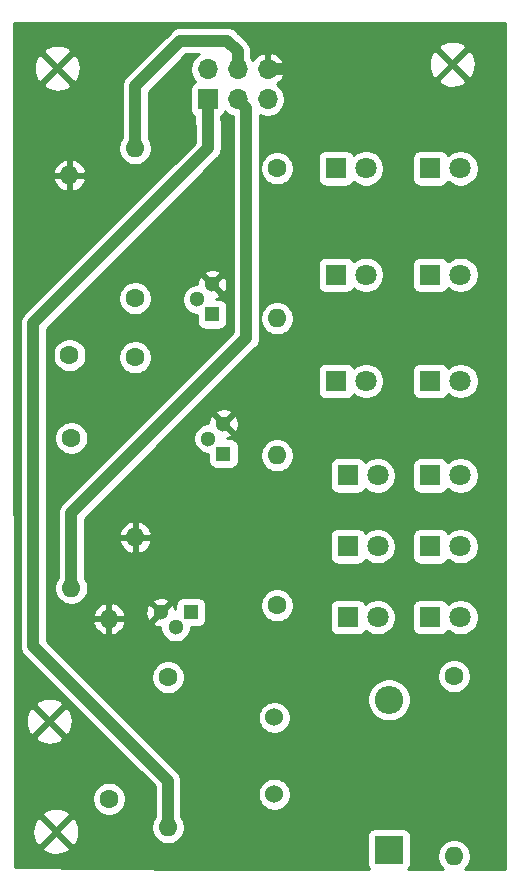
<source format=gbr>
%TF.GenerationSoftware,KiCad,Pcbnew,(5.1.10)-1*%
%TF.CreationDate,2021-11-19T12:16:16+02:00*%
%TF.ProjectId,25-station-led-alarm,32352d73-7461-4746-996f-6e2d6c65642d,rev?*%
%TF.SameCoordinates,Original*%
%TF.FileFunction,Copper,L1,Top*%
%TF.FilePolarity,Positive*%
%FSLAX46Y46*%
G04 Gerber Fmt 4.6, Leading zero omitted, Abs format (unit mm)*
G04 Created by KiCad (PCBNEW (5.1.10)-1) date 2021-11-19 12:16:16*
%MOMM*%
%LPD*%
G01*
G04 APERTURE LIST*
%TA.AperFunction,ComponentPad*%
%ADD10R,1.800000X1.800000*%
%TD*%
%TA.AperFunction,ComponentPad*%
%ADD11C,1.800000*%
%TD*%
%TA.AperFunction,ComponentPad*%
%ADD12C,1.300000*%
%TD*%
%TA.AperFunction,ComponentPad*%
%ADD13R,1.300000X1.300000*%
%TD*%
%TA.AperFunction,ComponentPad*%
%ADD14C,1.600000*%
%TD*%
%TA.AperFunction,ComponentPad*%
%ADD15O,1.600000X1.600000*%
%TD*%
%TA.AperFunction,ComponentPad*%
%ADD16C,1.524000*%
%TD*%
%TA.AperFunction,ComponentPad*%
%ADD17R,1.700000X1.700000*%
%TD*%
%TA.AperFunction,ComponentPad*%
%ADD18O,1.700000X1.700000*%
%TD*%
%TA.AperFunction,ComponentPad*%
%ADD19R,2.400000X2.400000*%
%TD*%
%TA.AperFunction,ComponentPad*%
%ADD20O,2.400000X2.400000*%
%TD*%
%TA.AperFunction,Conductor*%
%ADD21C,0.250000*%
%TD*%
%TA.AperFunction,Conductor*%
%ADD22C,1.000000*%
%TD*%
%TA.AperFunction,Conductor*%
%ADD23C,0.254000*%
%TD*%
%TA.AperFunction,Conductor*%
%ADD24C,0.100000*%
%TD*%
G04 APERTURE END LIST*
D10*
%TO.P,D1,1*%
%TO.N,Net-(D1-Pad1)*%
X160000000Y-132000000D03*
D11*
%TO.P,D1,2*%
%TO.N,+5V*%
X162540000Y-132000000D03*
%TD*%
%TO.P,D2,2*%
%TO.N,Net-(D1-Pad1)*%
X155540000Y-132000000D03*
D10*
%TO.P,D2,1*%
%TO.N,Net-(D10-Pad1)*%
X153000000Y-132000000D03*
%TD*%
D11*
%TO.P,D3,2*%
%TO.N,+5V*%
X162540000Y-138000000D03*
D10*
%TO.P,D3,1*%
%TO.N,Net-(D3-Pad1)*%
X160000000Y-138000000D03*
%TD*%
%TO.P,D4,1*%
%TO.N,Net-(D10-Pad2)*%
X160000000Y-126000000D03*
D11*
%TO.P,D4,2*%
%TO.N,+5V*%
X162540000Y-126000000D03*
%TD*%
D10*
%TO.P,D5,1*%
%TO.N,Net-(D5-Pad1)*%
X160000000Y-118000000D03*
D11*
%TO.P,D5,2*%
%TO.N,+5V*%
X162540000Y-118000000D03*
%TD*%
%TO.P,D6,2*%
%TO.N,+5V*%
X162540000Y-109000000D03*
D10*
%TO.P,D6,1*%
%TO.N,Net-(D11-Pad2)*%
X160000000Y-109000000D03*
%TD*%
%TO.P,D7,1*%
%TO.N,Net-(D12-Pad2)*%
X160000000Y-100000000D03*
D11*
%TO.P,D7,2*%
%TO.N,+5V*%
X162540000Y-100000000D03*
%TD*%
D10*
%TO.P,D8,1*%
%TO.N,Net-(D11-Pad1)*%
X152000000Y-118000000D03*
D11*
%TO.P,D8,2*%
%TO.N,Net-(D5-Pad1)*%
X154540000Y-118000000D03*
%TD*%
D10*
%TO.P,D9,1*%
%TO.N,Net-(D10-Pad1)*%
X153000000Y-138000000D03*
D11*
%TO.P,D9,2*%
%TO.N,Net-(D3-Pad1)*%
X155540000Y-138000000D03*
%TD*%
%TO.P,D10,2*%
%TO.N,Net-(D10-Pad2)*%
X155540000Y-126000000D03*
D10*
%TO.P,D10,1*%
%TO.N,Net-(D10-Pad1)*%
X153000000Y-126000000D03*
%TD*%
%TO.P,D11,1*%
%TO.N,Net-(D11-Pad1)*%
X152000000Y-109000000D03*
D11*
%TO.P,D11,2*%
%TO.N,Net-(D11-Pad2)*%
X154540000Y-109000000D03*
%TD*%
%TO.P,D12,2*%
%TO.N,Net-(D12-Pad2)*%
X154540000Y-100000000D03*
D10*
%TO.P,D12,1*%
%TO.N,Net-(D11-Pad1)*%
X152000000Y-100000000D03*
%TD*%
D12*
%TO.P,Q1,2*%
%TO.N,Net-(Q1-Pad2)*%
X141203680Y-122869960D03*
%TO.P,Q1,3*%
%TO.N,GND*%
X142473680Y-121599960D03*
D13*
%TO.P,Q1,1*%
%TO.N,Net-(Q1-Pad1)*%
X142473680Y-124139960D03*
%TD*%
D12*
%TO.P,Q2,2*%
%TO.N,Net-(Q2-Pad2)*%
X140246100Y-111089440D03*
%TO.P,Q2,3*%
%TO.N,GND*%
X141516100Y-109819440D03*
D13*
%TO.P,Q2,1*%
%TO.N,Net-(Q2-Pad1)*%
X141516100Y-112359440D03*
%TD*%
%TO.P,Q3,1*%
%TO.N,Net-(BZ1-Pad2)*%
X139694920Y-137581640D03*
D12*
%TO.P,Q3,3*%
%TO.N,GND*%
X137154920Y-137581640D03*
%TO.P,Q3,2*%
%TO.N,Net-(Q3-Pad2)*%
X138424920Y-138851640D03*
%TD*%
D14*
%TO.P,R1,1*%
%TO.N,+5V*%
X162000000Y-143000000D03*
D15*
%TO.P,R1,2*%
%TO.N,Net-(BZ1-Pad1)*%
X162000000Y-158240000D03*
%TD*%
D14*
%TO.P,R2,1*%
%TO.N,Net-(Q1-Pad2)*%
X129438400Y-115818920D03*
D15*
%TO.P,R2,2*%
%TO.N,GND*%
X129438400Y-100578920D03*
%TD*%
D14*
%TO.P,R3,1*%
%TO.N,Net-(D11-Pad1)*%
X147000000Y-100000000D03*
D15*
%TO.P,R3,2*%
%TO.N,Net-(Q2-Pad1)*%
X147000000Y-112700000D03*
%TD*%
D14*
%TO.P,R4,1*%
%TO.N,Net-(Q1-Pad2)*%
X129593340Y-122829320D03*
D15*
%TO.P,R4,2*%
%TO.N,/P1*%
X129593340Y-135529320D03*
%TD*%
%TO.P,R5,2*%
%TO.N,/P2*%
X135000000Y-98300000D03*
D14*
%TO.P,R5,1*%
%TO.N,Net-(Q2-Pad2)*%
X135000000Y-111000000D03*
%TD*%
D15*
%TO.P,R6,2*%
%TO.N,Net-(Q1-Pad1)*%
X147000000Y-124300000D03*
D14*
%TO.P,R6,1*%
%TO.N,Net-(D10-Pad1)*%
X147000000Y-137000000D03*
%TD*%
D15*
%TO.P,R7,2*%
%TO.N,GND*%
X135000000Y-131240000D03*
D14*
%TO.P,R7,1*%
%TO.N,Net-(Q2-Pad2)*%
X135000000Y-116000000D03*
%TD*%
D15*
%TO.P,R8,2*%
%TO.N,GND*%
X132778500Y-138132820D03*
D14*
%TO.P,R8,1*%
%TO.N,Net-(Q3-Pad2)*%
X132778500Y-153372820D03*
%TD*%
%TO.P,R9,1*%
%TO.N,Net-(Q3-Pad2)*%
X137772140Y-143090900D03*
D15*
%TO.P,R9,2*%
%TO.N,/P3*%
X137772140Y-155790900D03*
%TD*%
D16*
%TO.P,BZ1,1*%
%TO.N,Net-(BZ1-Pad1)*%
X146771360Y-152983000D03*
%TO.P,BZ1,2*%
%TO.N,Net-(BZ1-Pad2)*%
X146771360Y-146483000D03*
%TD*%
D17*
%TO.P,J1,1*%
%TO.N,/P3*%
X141127480Y-94145100D03*
D18*
%TO.P,J1,2*%
%TO.N,+5V*%
X141127480Y-91605100D03*
%TO.P,J1,3*%
%TO.N,/P1*%
X143667480Y-94145100D03*
%TO.P,J1,4*%
%TO.N,/P2*%
X143667480Y-91605100D03*
%TO.P,J1,5*%
%TO.N,N/C*%
X146207480Y-94145100D03*
%TO.P,J1,6*%
%TO.N,GND*%
X146207480Y-91605100D03*
%TD*%
D19*
%TO.P,D13,1*%
%TO.N,Net-(BZ1-Pad1)*%
X156486860Y-157688280D03*
D20*
%TO.P,D13,2*%
%TO.N,Net-(BZ1-Pad2)*%
X156486860Y-144988280D03*
%TD*%
D21*
%TO.N,GND*%
X138043920Y-91998800D02*
X139151360Y-91998800D01*
X138686540Y-91424760D02*
X138686540Y-92425520D01*
D22*
X146207480Y-91605100D02*
X149618700Y-91605100D01*
%TO.N,/P3*%
X137772140Y-151841200D02*
X137772140Y-155790900D01*
X141127480Y-95995100D02*
X141178280Y-96045900D01*
X141127480Y-94145100D02*
X141127480Y-95995100D01*
X141178280Y-96045900D02*
X141178280Y-98303080D01*
X141178280Y-98303080D02*
X126380240Y-113101120D01*
X126380240Y-113101120D02*
X126380240Y-140449300D01*
X126380240Y-140449300D02*
X137772140Y-151841200D01*
%TO.N,/P1*%
X129593340Y-134397950D02*
X129593340Y-135529320D01*
X129593340Y-129179320D02*
X129593340Y-134397950D01*
X144409160Y-114363500D02*
X129593340Y-129179320D01*
X143667480Y-94145100D02*
X144409160Y-94886780D01*
X144409160Y-94886780D02*
X144409160Y-114363500D01*
%TO.N,/P2*%
X135000000Y-97168630D02*
X135000000Y-98300000D01*
X135000000Y-93020880D02*
X135000000Y-97168630D01*
X138836400Y-89184480D02*
X135000000Y-93020880D01*
X142783560Y-89184480D02*
X138836400Y-89184480D01*
X143667480Y-91605100D02*
X143667480Y-90068400D01*
X143667480Y-90068400D02*
X142783560Y-89184480D01*
%TD*%
D23*
%TO.N,GND*%
X166340001Y-159340000D02*
X162929396Y-159340000D01*
X163114637Y-159154759D01*
X163271680Y-158919727D01*
X163379853Y-158658574D01*
X163435000Y-158381335D01*
X163435000Y-158098665D01*
X163379853Y-157821426D01*
X163271680Y-157560273D01*
X163114637Y-157325241D01*
X162914759Y-157125363D01*
X162679727Y-156968320D01*
X162418574Y-156860147D01*
X162141335Y-156805000D01*
X161858665Y-156805000D01*
X161581426Y-156860147D01*
X161320273Y-156968320D01*
X161085241Y-157125363D01*
X160885363Y-157325241D01*
X160728320Y-157560273D01*
X160620147Y-157821426D01*
X160565000Y-158098665D01*
X160565000Y-158381335D01*
X160620147Y-158658574D01*
X160728320Y-158919727D01*
X160885363Y-159154759D01*
X161070604Y-159340000D01*
X158137393Y-159340000D01*
X158138045Y-159339465D01*
X158217397Y-159242774D01*
X158276362Y-159132460D01*
X158312672Y-159012762D01*
X158324932Y-158888280D01*
X158324932Y-156488280D01*
X158312672Y-156363798D01*
X158276362Y-156244100D01*
X158217397Y-156133786D01*
X158138045Y-156037095D01*
X158041354Y-155957743D01*
X157931040Y-155898778D01*
X157811342Y-155862468D01*
X157686860Y-155850208D01*
X155286860Y-155850208D01*
X155162378Y-155862468D01*
X155042680Y-155898778D01*
X154932366Y-155957743D01*
X154835675Y-156037095D01*
X154756323Y-156133786D01*
X154697358Y-156244100D01*
X154661048Y-156363798D01*
X154648788Y-156488280D01*
X154648788Y-158888280D01*
X154661048Y-159012762D01*
X154697358Y-159132460D01*
X154756323Y-159242774D01*
X154835675Y-159339465D01*
X154836327Y-159340000D01*
X140493281Y-159340000D01*
X124817985Y-159162905D01*
X124815952Y-157521178D01*
X127082547Y-157521178D01*
X127220504Y-157821384D01*
X127569747Y-157997222D01*
X127946584Y-158101547D01*
X128336533Y-158130349D01*
X128724608Y-158082524D01*
X129095896Y-157959908D01*
X129355056Y-157821384D01*
X129493013Y-157521178D01*
X128287780Y-156315945D01*
X127082547Y-157521178D01*
X124815952Y-157521178D01*
X124814297Y-156185093D01*
X126293771Y-156185093D01*
X126341596Y-156573168D01*
X126464212Y-156944456D01*
X126602736Y-157203616D01*
X126902942Y-157341573D01*
X128108175Y-156136340D01*
X128467385Y-156136340D01*
X129672618Y-157341573D01*
X129972824Y-157203616D01*
X130148662Y-156854373D01*
X130252987Y-156477536D01*
X130281789Y-156087587D01*
X130233964Y-155699512D01*
X130111348Y-155328224D01*
X129972824Y-155069064D01*
X129672618Y-154931107D01*
X128467385Y-156136340D01*
X128108175Y-156136340D01*
X126902942Y-154931107D01*
X126602736Y-155069064D01*
X126426898Y-155418307D01*
X126322573Y-155795144D01*
X126293771Y-156185093D01*
X124814297Y-156185093D01*
X124812522Y-154751502D01*
X127082547Y-154751502D01*
X128287780Y-155956735D01*
X129493013Y-154751502D01*
X129355056Y-154451296D01*
X129005813Y-154275458D01*
X128628976Y-154171133D01*
X128239027Y-154142331D01*
X127850952Y-154190156D01*
X127479664Y-154312772D01*
X127220504Y-154451296D01*
X127082547Y-154751502D01*
X124812522Y-154751502D01*
X124810639Y-153231485D01*
X131343500Y-153231485D01*
X131343500Y-153514155D01*
X131398647Y-153791394D01*
X131506820Y-154052547D01*
X131663863Y-154287579D01*
X131863741Y-154487457D01*
X132098773Y-154644500D01*
X132359926Y-154752673D01*
X132637165Y-154807820D01*
X132919835Y-154807820D01*
X133197074Y-154752673D01*
X133458227Y-154644500D01*
X133693259Y-154487457D01*
X133893137Y-154287579D01*
X134050180Y-154052547D01*
X134158353Y-153791394D01*
X134213500Y-153514155D01*
X134213500Y-153231485D01*
X134158353Y-152954246D01*
X134050180Y-152693093D01*
X133893137Y-152458061D01*
X133693259Y-152258183D01*
X133458227Y-152101140D01*
X133197074Y-151992967D01*
X132919835Y-151937820D01*
X132637165Y-151937820D01*
X132359926Y-151992967D01*
X132098773Y-152101140D01*
X131863741Y-152258183D01*
X131663863Y-152458061D01*
X131506820Y-152693093D01*
X131398647Y-152954246D01*
X131343500Y-153231485D01*
X124810639Y-153231485D01*
X124804386Y-148184138D01*
X126508507Y-148184138D01*
X126646464Y-148484344D01*
X126995707Y-148660182D01*
X127372544Y-148764507D01*
X127762493Y-148793309D01*
X128150568Y-148745484D01*
X128521856Y-148622868D01*
X128781016Y-148484344D01*
X128918973Y-148184138D01*
X127713740Y-146978905D01*
X126508507Y-148184138D01*
X124804386Y-148184138D01*
X124802730Y-146848053D01*
X125719731Y-146848053D01*
X125767556Y-147236128D01*
X125890172Y-147607416D01*
X126028696Y-147866576D01*
X126328902Y-148004533D01*
X127534135Y-146799300D01*
X127893345Y-146799300D01*
X129098578Y-148004533D01*
X129398784Y-147866576D01*
X129574622Y-147517333D01*
X129678947Y-147140496D01*
X129707749Y-146750547D01*
X129659924Y-146362472D01*
X129537308Y-145991184D01*
X129398784Y-145732024D01*
X129098578Y-145594067D01*
X127893345Y-146799300D01*
X127534135Y-146799300D01*
X126328902Y-145594067D01*
X126028696Y-145732024D01*
X125852858Y-146081267D01*
X125748533Y-146458104D01*
X125719731Y-146848053D01*
X124802730Y-146848053D01*
X124800955Y-145414462D01*
X126508507Y-145414462D01*
X127713740Y-146619695D01*
X128918973Y-145414462D01*
X128781016Y-145114256D01*
X128431773Y-144938418D01*
X128054936Y-144834093D01*
X127664987Y-144805291D01*
X127276912Y-144853116D01*
X126905624Y-144975732D01*
X126646464Y-145114256D01*
X126508507Y-145414462D01*
X124800955Y-145414462D01*
X124760923Y-113101120D01*
X125239749Y-113101120D01*
X125245240Y-113156871D01*
X125245241Y-140393538D01*
X125239749Y-140449300D01*
X125261663Y-140671798D01*
X125326564Y-140885746D01*
X125326565Y-140885747D01*
X125431957Y-141082923D01*
X125573792Y-141255749D01*
X125617100Y-141291291D01*
X136637140Y-152311332D01*
X136637141Y-154906615D01*
X136500460Y-155111173D01*
X136392287Y-155372326D01*
X136337140Y-155649565D01*
X136337140Y-155932235D01*
X136392287Y-156209474D01*
X136500460Y-156470627D01*
X136657503Y-156705659D01*
X136857381Y-156905537D01*
X137092413Y-157062580D01*
X137353566Y-157170753D01*
X137630805Y-157225900D01*
X137913475Y-157225900D01*
X138190714Y-157170753D01*
X138451867Y-157062580D01*
X138686899Y-156905537D01*
X138886777Y-156705659D01*
X139043820Y-156470627D01*
X139151993Y-156209474D01*
X139207140Y-155932235D01*
X139207140Y-155649565D01*
X139151993Y-155372326D01*
X139043820Y-155111173D01*
X138907140Y-154906616D01*
X138907140Y-152845408D01*
X145374360Y-152845408D01*
X145374360Y-153120592D01*
X145428046Y-153390490D01*
X145533355Y-153644727D01*
X145686240Y-153873535D01*
X145880825Y-154068120D01*
X146109633Y-154221005D01*
X146363870Y-154326314D01*
X146633768Y-154380000D01*
X146908952Y-154380000D01*
X147178850Y-154326314D01*
X147433087Y-154221005D01*
X147661895Y-154068120D01*
X147856480Y-153873535D01*
X148009365Y-153644727D01*
X148114674Y-153390490D01*
X148168360Y-153120592D01*
X148168360Y-152845408D01*
X148114674Y-152575510D01*
X148009365Y-152321273D01*
X147856480Y-152092465D01*
X147661895Y-151897880D01*
X147433087Y-151744995D01*
X147178850Y-151639686D01*
X146908952Y-151586000D01*
X146633768Y-151586000D01*
X146363870Y-151639686D01*
X146109633Y-151744995D01*
X145880825Y-151897880D01*
X145686240Y-152092465D01*
X145533355Y-152321273D01*
X145428046Y-152575510D01*
X145374360Y-152845408D01*
X138907140Y-152845408D01*
X138907140Y-151896941D01*
X138912630Y-151841199D01*
X138907140Y-151785457D01*
X138907140Y-151785448D01*
X138890717Y-151618701D01*
X138825816Y-151404753D01*
X138720424Y-151207577D01*
X138578589Y-151034751D01*
X138535281Y-150999209D01*
X133881480Y-146345408D01*
X145374360Y-146345408D01*
X145374360Y-146620592D01*
X145428046Y-146890490D01*
X145533355Y-147144727D01*
X145686240Y-147373535D01*
X145880825Y-147568120D01*
X146109633Y-147721005D01*
X146363870Y-147826314D01*
X146633768Y-147880000D01*
X146908952Y-147880000D01*
X147178850Y-147826314D01*
X147433087Y-147721005D01*
X147661895Y-147568120D01*
X147856480Y-147373535D01*
X148009365Y-147144727D01*
X148114674Y-146890490D01*
X148168360Y-146620592D01*
X148168360Y-146345408D01*
X148114674Y-146075510D01*
X148009365Y-145821273D01*
X147856480Y-145592465D01*
X147661895Y-145397880D01*
X147433087Y-145244995D01*
X147178850Y-145139686D01*
X146908952Y-145086000D01*
X146633768Y-145086000D01*
X146363870Y-145139686D01*
X146109633Y-145244995D01*
X145880825Y-145397880D01*
X145686240Y-145592465D01*
X145533355Y-145821273D01*
X145428046Y-146075510D01*
X145374360Y-146345408D01*
X133881480Y-146345408D01*
X132343620Y-144807548D01*
X154651860Y-144807548D01*
X154651860Y-145169012D01*
X154722378Y-145523530D01*
X154860704Y-145857479D01*
X155061522Y-146158024D01*
X155317116Y-146413618D01*
X155617661Y-146614436D01*
X155951610Y-146752762D01*
X156306128Y-146823280D01*
X156667592Y-146823280D01*
X157022110Y-146752762D01*
X157356059Y-146614436D01*
X157656604Y-146413618D01*
X157912198Y-146158024D01*
X158113016Y-145857479D01*
X158251342Y-145523530D01*
X158321860Y-145169012D01*
X158321860Y-144807548D01*
X158251342Y-144453030D01*
X158113016Y-144119081D01*
X157912198Y-143818536D01*
X157656604Y-143562942D01*
X157356059Y-143362124D01*
X157022110Y-143223798D01*
X156667592Y-143153280D01*
X156306128Y-143153280D01*
X155951610Y-143223798D01*
X155617661Y-143362124D01*
X155317116Y-143562942D01*
X155061522Y-143818536D01*
X154860704Y-144119081D01*
X154722378Y-144453030D01*
X154651860Y-144807548D01*
X132343620Y-144807548D01*
X130485637Y-142949565D01*
X136337140Y-142949565D01*
X136337140Y-143232235D01*
X136392287Y-143509474D01*
X136500460Y-143770627D01*
X136657503Y-144005659D01*
X136857381Y-144205537D01*
X137092413Y-144362580D01*
X137353566Y-144470753D01*
X137630805Y-144525900D01*
X137913475Y-144525900D01*
X138190714Y-144470753D01*
X138451867Y-144362580D01*
X138686899Y-144205537D01*
X138886777Y-144005659D01*
X139043820Y-143770627D01*
X139151993Y-143509474D01*
X139207140Y-143232235D01*
X139207140Y-142949565D01*
X139189059Y-142858665D01*
X160565000Y-142858665D01*
X160565000Y-143141335D01*
X160620147Y-143418574D01*
X160728320Y-143679727D01*
X160885363Y-143914759D01*
X161085241Y-144114637D01*
X161320273Y-144271680D01*
X161581426Y-144379853D01*
X161858665Y-144435000D01*
X162141335Y-144435000D01*
X162418574Y-144379853D01*
X162679727Y-144271680D01*
X162914759Y-144114637D01*
X163114637Y-143914759D01*
X163271680Y-143679727D01*
X163379853Y-143418574D01*
X163435000Y-143141335D01*
X163435000Y-142858665D01*
X163379853Y-142581426D01*
X163271680Y-142320273D01*
X163114637Y-142085241D01*
X162914759Y-141885363D01*
X162679727Y-141728320D01*
X162418574Y-141620147D01*
X162141335Y-141565000D01*
X161858665Y-141565000D01*
X161581426Y-141620147D01*
X161320273Y-141728320D01*
X161085241Y-141885363D01*
X160885363Y-142085241D01*
X160728320Y-142320273D01*
X160620147Y-142581426D01*
X160565000Y-142858665D01*
X139189059Y-142858665D01*
X139151993Y-142672326D01*
X139043820Y-142411173D01*
X138886777Y-142176141D01*
X138686899Y-141976263D01*
X138451867Y-141819220D01*
X138190714Y-141711047D01*
X137913475Y-141655900D01*
X137630805Y-141655900D01*
X137353566Y-141711047D01*
X137092413Y-141819220D01*
X136857381Y-141976263D01*
X136657503Y-142176141D01*
X136500460Y-142411173D01*
X136392287Y-142672326D01*
X136337140Y-142949565D01*
X130485637Y-142949565D01*
X127515240Y-139979169D01*
X127515240Y-138481860D01*
X131386591Y-138481860D01*
X131481430Y-138746701D01*
X131626115Y-138987951D01*
X131815086Y-139196339D01*
X132041080Y-139363857D01*
X132295413Y-139484066D01*
X132429461Y-139524724D01*
X132651500Y-139402735D01*
X132651500Y-138259820D01*
X132905500Y-138259820D01*
X132905500Y-139402735D01*
X133127539Y-139524724D01*
X133261587Y-139484066D01*
X133515920Y-139363857D01*
X133741914Y-139196339D01*
X133930885Y-138987951D01*
X134075570Y-138746701D01*
X134170409Y-138481860D01*
X134162384Y-138467167D01*
X136448998Y-138467167D01*
X136502386Y-138695841D01*
X136732294Y-138801735D01*
X136978444Y-138860742D01*
X137139920Y-138867030D01*
X137139920Y-138978201D01*
X137189301Y-139226461D01*
X137286167Y-139460316D01*
X137426795Y-139670780D01*
X137605780Y-139849765D01*
X137816244Y-139990393D01*
X138050099Y-140087259D01*
X138298359Y-140136640D01*
X138551481Y-140136640D01*
X138799741Y-140087259D01*
X139033596Y-139990393D01*
X139244060Y-139849765D01*
X139423045Y-139670780D01*
X139563673Y-139460316D01*
X139660539Y-139226461D01*
X139709920Y-138978201D01*
X139709920Y-138869712D01*
X140344920Y-138869712D01*
X140469402Y-138857452D01*
X140589100Y-138821142D01*
X140699414Y-138762177D01*
X140796105Y-138682825D01*
X140875457Y-138586134D01*
X140934422Y-138475820D01*
X140970732Y-138356122D01*
X140982992Y-138231640D01*
X140982992Y-136931640D01*
X140975805Y-136858665D01*
X145565000Y-136858665D01*
X145565000Y-137141335D01*
X145620147Y-137418574D01*
X145728320Y-137679727D01*
X145885363Y-137914759D01*
X146085241Y-138114637D01*
X146320273Y-138271680D01*
X146581426Y-138379853D01*
X146858665Y-138435000D01*
X147141335Y-138435000D01*
X147418574Y-138379853D01*
X147679727Y-138271680D01*
X147914759Y-138114637D01*
X148114637Y-137914759D01*
X148271680Y-137679727D01*
X148379853Y-137418574D01*
X148435000Y-137141335D01*
X148435000Y-137100000D01*
X151461928Y-137100000D01*
X151461928Y-138900000D01*
X151474188Y-139024482D01*
X151510498Y-139144180D01*
X151569463Y-139254494D01*
X151648815Y-139351185D01*
X151745506Y-139430537D01*
X151855820Y-139489502D01*
X151975518Y-139525812D01*
X152100000Y-139538072D01*
X153900000Y-139538072D01*
X154024482Y-139525812D01*
X154144180Y-139489502D01*
X154254494Y-139430537D01*
X154351185Y-139351185D01*
X154430537Y-139254494D01*
X154489502Y-139144180D01*
X154495056Y-139125873D01*
X154561495Y-139192312D01*
X154812905Y-139360299D01*
X155092257Y-139476011D01*
X155388816Y-139535000D01*
X155691184Y-139535000D01*
X155987743Y-139476011D01*
X156267095Y-139360299D01*
X156518505Y-139192312D01*
X156732312Y-138978505D01*
X156900299Y-138727095D01*
X157016011Y-138447743D01*
X157075000Y-138151184D01*
X157075000Y-137848816D01*
X157016011Y-137552257D01*
X156900299Y-137272905D01*
X156784768Y-137100000D01*
X158461928Y-137100000D01*
X158461928Y-138900000D01*
X158474188Y-139024482D01*
X158510498Y-139144180D01*
X158569463Y-139254494D01*
X158648815Y-139351185D01*
X158745506Y-139430537D01*
X158855820Y-139489502D01*
X158975518Y-139525812D01*
X159100000Y-139538072D01*
X160900000Y-139538072D01*
X161024482Y-139525812D01*
X161144180Y-139489502D01*
X161254494Y-139430537D01*
X161351185Y-139351185D01*
X161430537Y-139254494D01*
X161489502Y-139144180D01*
X161495056Y-139125873D01*
X161561495Y-139192312D01*
X161812905Y-139360299D01*
X162092257Y-139476011D01*
X162388816Y-139535000D01*
X162691184Y-139535000D01*
X162987743Y-139476011D01*
X163267095Y-139360299D01*
X163518505Y-139192312D01*
X163732312Y-138978505D01*
X163900299Y-138727095D01*
X164016011Y-138447743D01*
X164075000Y-138151184D01*
X164075000Y-137848816D01*
X164016011Y-137552257D01*
X163900299Y-137272905D01*
X163732312Y-137021495D01*
X163518505Y-136807688D01*
X163267095Y-136639701D01*
X162987743Y-136523989D01*
X162691184Y-136465000D01*
X162388816Y-136465000D01*
X162092257Y-136523989D01*
X161812905Y-136639701D01*
X161561495Y-136807688D01*
X161495056Y-136874127D01*
X161489502Y-136855820D01*
X161430537Y-136745506D01*
X161351185Y-136648815D01*
X161254494Y-136569463D01*
X161144180Y-136510498D01*
X161024482Y-136474188D01*
X160900000Y-136461928D01*
X159100000Y-136461928D01*
X158975518Y-136474188D01*
X158855820Y-136510498D01*
X158745506Y-136569463D01*
X158648815Y-136648815D01*
X158569463Y-136745506D01*
X158510498Y-136855820D01*
X158474188Y-136975518D01*
X158461928Y-137100000D01*
X156784768Y-137100000D01*
X156732312Y-137021495D01*
X156518505Y-136807688D01*
X156267095Y-136639701D01*
X155987743Y-136523989D01*
X155691184Y-136465000D01*
X155388816Y-136465000D01*
X155092257Y-136523989D01*
X154812905Y-136639701D01*
X154561495Y-136807688D01*
X154495056Y-136874127D01*
X154489502Y-136855820D01*
X154430537Y-136745506D01*
X154351185Y-136648815D01*
X154254494Y-136569463D01*
X154144180Y-136510498D01*
X154024482Y-136474188D01*
X153900000Y-136461928D01*
X152100000Y-136461928D01*
X151975518Y-136474188D01*
X151855820Y-136510498D01*
X151745506Y-136569463D01*
X151648815Y-136648815D01*
X151569463Y-136745506D01*
X151510498Y-136855820D01*
X151474188Y-136975518D01*
X151461928Y-137100000D01*
X148435000Y-137100000D01*
X148435000Y-136858665D01*
X148379853Y-136581426D01*
X148271680Y-136320273D01*
X148114637Y-136085241D01*
X147914759Y-135885363D01*
X147679727Y-135728320D01*
X147418574Y-135620147D01*
X147141335Y-135565000D01*
X146858665Y-135565000D01*
X146581426Y-135620147D01*
X146320273Y-135728320D01*
X146085241Y-135885363D01*
X145885363Y-136085241D01*
X145728320Y-136320273D01*
X145620147Y-136581426D01*
X145565000Y-136858665D01*
X140975805Y-136858665D01*
X140970732Y-136807158D01*
X140934422Y-136687460D01*
X140875457Y-136577146D01*
X140796105Y-136480455D01*
X140699414Y-136401103D01*
X140589100Y-136342138D01*
X140469402Y-136305828D01*
X140344920Y-136293568D01*
X139044920Y-136293568D01*
X138920438Y-136305828D01*
X138800740Y-136342138D01*
X138690426Y-136401103D01*
X138593735Y-136480455D01*
X138514383Y-136577146D01*
X138455418Y-136687460D01*
X138419108Y-136807158D01*
X138406848Y-136931640D01*
X138406848Y-137271936D01*
X138404190Y-137255191D01*
X138316498Y-137017744D01*
X138269121Y-136929106D01*
X138040447Y-136875718D01*
X137334525Y-137581640D01*
X137348668Y-137595783D01*
X137169063Y-137775388D01*
X137154920Y-137761245D01*
X136448998Y-138467167D01*
X134162384Y-138467167D01*
X134049124Y-138259820D01*
X132905500Y-138259820D01*
X132651500Y-138259820D01*
X131507876Y-138259820D01*
X131386591Y-138481860D01*
X127515240Y-138481860D01*
X127515240Y-137783780D01*
X131386591Y-137783780D01*
X131507876Y-138005820D01*
X132651500Y-138005820D01*
X132651500Y-136862905D01*
X132905500Y-136862905D01*
X132905500Y-138005820D01*
X134049124Y-138005820D01*
X134170409Y-137783780D01*
X134125402Y-137658095D01*
X135865968Y-137658095D01*
X135905650Y-137908089D01*
X135993342Y-138145536D01*
X136040719Y-138234174D01*
X136269393Y-138287562D01*
X136975315Y-137581640D01*
X136269393Y-136875718D01*
X136040719Y-136929106D01*
X135934825Y-137159014D01*
X135875818Y-137405164D01*
X135865968Y-137658095D01*
X134125402Y-137658095D01*
X134075570Y-137518939D01*
X133930885Y-137277689D01*
X133741914Y-137069301D01*
X133515920Y-136901783D01*
X133261587Y-136781574D01*
X133127539Y-136740916D01*
X132905500Y-136862905D01*
X132651500Y-136862905D01*
X132429461Y-136740916D01*
X132295413Y-136781574D01*
X132041080Y-136901783D01*
X131815086Y-137069301D01*
X131626115Y-137277689D01*
X131481430Y-137518939D01*
X131386591Y-137783780D01*
X127515240Y-137783780D01*
X127515240Y-122687985D01*
X128158340Y-122687985D01*
X128158340Y-122970655D01*
X128213487Y-123247894D01*
X128321660Y-123509047D01*
X128478703Y-123744079D01*
X128678581Y-123943957D01*
X128913613Y-124101000D01*
X129174766Y-124209173D01*
X129452005Y-124264320D01*
X129734675Y-124264320D01*
X130011914Y-124209173D01*
X130273067Y-124101000D01*
X130508099Y-123943957D01*
X130707977Y-123744079D01*
X130865020Y-123509047D01*
X130973193Y-123247894D01*
X131028340Y-122970655D01*
X131028340Y-122687985D01*
X130973193Y-122410746D01*
X130865020Y-122149593D01*
X130707977Y-121914561D01*
X130508099Y-121714683D01*
X130273067Y-121557640D01*
X130011914Y-121449467D01*
X129734675Y-121394320D01*
X129452005Y-121394320D01*
X129174766Y-121449467D01*
X128913613Y-121557640D01*
X128678581Y-121714683D01*
X128478703Y-121914561D01*
X128321660Y-122149593D01*
X128213487Y-122410746D01*
X128158340Y-122687985D01*
X127515240Y-122687985D01*
X127515240Y-115677585D01*
X128003400Y-115677585D01*
X128003400Y-115960255D01*
X128058547Y-116237494D01*
X128166720Y-116498647D01*
X128323763Y-116733679D01*
X128523641Y-116933557D01*
X128758673Y-117090600D01*
X129019826Y-117198773D01*
X129297065Y-117253920D01*
X129579735Y-117253920D01*
X129856974Y-117198773D01*
X130118127Y-117090600D01*
X130353159Y-116933557D01*
X130553037Y-116733679D01*
X130710080Y-116498647D01*
X130818253Y-116237494D01*
X130873400Y-115960255D01*
X130873400Y-115858665D01*
X133565000Y-115858665D01*
X133565000Y-116141335D01*
X133620147Y-116418574D01*
X133728320Y-116679727D01*
X133885363Y-116914759D01*
X134085241Y-117114637D01*
X134320273Y-117271680D01*
X134581426Y-117379853D01*
X134858665Y-117435000D01*
X135141335Y-117435000D01*
X135418574Y-117379853D01*
X135679727Y-117271680D01*
X135914759Y-117114637D01*
X136114637Y-116914759D01*
X136271680Y-116679727D01*
X136379853Y-116418574D01*
X136435000Y-116141335D01*
X136435000Y-115858665D01*
X136379853Y-115581426D01*
X136271680Y-115320273D01*
X136114637Y-115085241D01*
X135914759Y-114885363D01*
X135679727Y-114728320D01*
X135418574Y-114620147D01*
X135141335Y-114565000D01*
X134858665Y-114565000D01*
X134581426Y-114620147D01*
X134320273Y-114728320D01*
X134085241Y-114885363D01*
X133885363Y-115085241D01*
X133728320Y-115320273D01*
X133620147Y-115581426D01*
X133565000Y-115858665D01*
X130873400Y-115858665D01*
X130873400Y-115677585D01*
X130818253Y-115400346D01*
X130710080Y-115139193D01*
X130553037Y-114904161D01*
X130353159Y-114704283D01*
X130118127Y-114547240D01*
X129856974Y-114439067D01*
X129579735Y-114383920D01*
X129297065Y-114383920D01*
X129019826Y-114439067D01*
X128758673Y-114547240D01*
X128523641Y-114704283D01*
X128323763Y-114904161D01*
X128166720Y-115139193D01*
X128058547Y-115400346D01*
X128003400Y-115677585D01*
X127515240Y-115677585D01*
X127515240Y-113571251D01*
X130227826Y-110858665D01*
X133565000Y-110858665D01*
X133565000Y-111141335D01*
X133620147Y-111418574D01*
X133728320Y-111679727D01*
X133885363Y-111914759D01*
X134085241Y-112114637D01*
X134320273Y-112271680D01*
X134581426Y-112379853D01*
X134858665Y-112435000D01*
X135141335Y-112435000D01*
X135418574Y-112379853D01*
X135679727Y-112271680D01*
X135914759Y-112114637D01*
X136114637Y-111914759D01*
X136271680Y-111679727D01*
X136379853Y-111418574D01*
X136435000Y-111141335D01*
X136435000Y-110962879D01*
X138961100Y-110962879D01*
X138961100Y-111216001D01*
X139010481Y-111464261D01*
X139107347Y-111698116D01*
X139247975Y-111908580D01*
X139426960Y-112087565D01*
X139637424Y-112228193D01*
X139871279Y-112325059D01*
X140119539Y-112374440D01*
X140228028Y-112374440D01*
X140228028Y-113009440D01*
X140240288Y-113133922D01*
X140276598Y-113253620D01*
X140335563Y-113363934D01*
X140414915Y-113460625D01*
X140511606Y-113539977D01*
X140621920Y-113598942D01*
X140741618Y-113635252D01*
X140866100Y-113647512D01*
X142166100Y-113647512D01*
X142290582Y-113635252D01*
X142410280Y-113598942D01*
X142520594Y-113539977D01*
X142617285Y-113460625D01*
X142696637Y-113363934D01*
X142755602Y-113253620D01*
X142791912Y-113133922D01*
X142804172Y-113009440D01*
X142804172Y-111709440D01*
X142791912Y-111584958D01*
X142755602Y-111465260D01*
X142696637Y-111354946D01*
X142617285Y-111258255D01*
X142520594Y-111178903D01*
X142410280Y-111119938D01*
X142290582Y-111083628D01*
X142166100Y-111071368D01*
X141825804Y-111071368D01*
X141842549Y-111068710D01*
X142079996Y-110981018D01*
X142168634Y-110933641D01*
X142222022Y-110704967D01*
X141516100Y-109999045D01*
X141501958Y-110013188D01*
X141322353Y-109833583D01*
X141336495Y-109819440D01*
X141695705Y-109819440D01*
X142401627Y-110525362D01*
X142630301Y-110471974D01*
X142736195Y-110242066D01*
X142795202Y-109995916D01*
X142805052Y-109742985D01*
X142765370Y-109492991D01*
X142677678Y-109255544D01*
X142630301Y-109166906D01*
X142401627Y-109113518D01*
X141695705Y-109819440D01*
X141336495Y-109819440D01*
X140630573Y-109113518D01*
X140401899Y-109166906D01*
X140296005Y-109396814D01*
X140236998Y-109642964D01*
X140230710Y-109804440D01*
X140119539Y-109804440D01*
X139871279Y-109853821D01*
X139637424Y-109950687D01*
X139426960Y-110091315D01*
X139247975Y-110270300D01*
X139107347Y-110480764D01*
X139010481Y-110714619D01*
X138961100Y-110962879D01*
X136435000Y-110962879D01*
X136435000Y-110858665D01*
X136379853Y-110581426D01*
X136271680Y-110320273D01*
X136114637Y-110085241D01*
X135914759Y-109885363D01*
X135679727Y-109728320D01*
X135418574Y-109620147D01*
X135141335Y-109565000D01*
X134858665Y-109565000D01*
X134581426Y-109620147D01*
X134320273Y-109728320D01*
X134085241Y-109885363D01*
X133885363Y-110085241D01*
X133728320Y-110320273D01*
X133620147Y-110581426D01*
X133565000Y-110858665D01*
X130227826Y-110858665D01*
X132152578Y-108933913D01*
X140810178Y-108933913D01*
X141516100Y-109639835D01*
X142222022Y-108933913D01*
X142168634Y-108705239D01*
X141938726Y-108599345D01*
X141692576Y-108540338D01*
X141439645Y-108530488D01*
X141189651Y-108570170D01*
X140952204Y-108657862D01*
X140863566Y-108705239D01*
X140810178Y-108933913D01*
X132152578Y-108933913D01*
X141941421Y-99145071D01*
X141984729Y-99109529D01*
X142126564Y-98936703D01*
X142231956Y-98739527D01*
X142296857Y-98525579D01*
X142313280Y-98358832D01*
X142318771Y-98303080D01*
X142313280Y-98247328D01*
X142313280Y-96101651D01*
X142318771Y-96045899D01*
X142296857Y-95823402D01*
X142262480Y-95710077D01*
X142262480Y-95562783D01*
X142331974Y-95525637D01*
X142428665Y-95446285D01*
X142508017Y-95349594D01*
X142566982Y-95239280D01*
X142588993Y-95166720D01*
X142720848Y-95298575D01*
X142964069Y-95461090D01*
X143234322Y-95573032D01*
X143274160Y-95580956D01*
X143274161Y-113893366D01*
X128830205Y-128337324D01*
X128786891Y-128372871D01*
X128645056Y-128545697D01*
X128539665Y-128742873D01*
X128539664Y-128742874D01*
X128474763Y-128956822D01*
X128452849Y-129179320D01*
X128458340Y-129235072D01*
X128458341Y-134342189D01*
X128458340Y-134342199D01*
X128458340Y-134645036D01*
X128321660Y-134849593D01*
X128213487Y-135110746D01*
X128158340Y-135387985D01*
X128158340Y-135670655D01*
X128213487Y-135947894D01*
X128321660Y-136209047D01*
X128478703Y-136444079D01*
X128678581Y-136643957D01*
X128913613Y-136801000D01*
X129174766Y-136909173D01*
X129452005Y-136964320D01*
X129734675Y-136964320D01*
X130011914Y-136909173D01*
X130273067Y-136801000D01*
X130430041Y-136696113D01*
X136448998Y-136696113D01*
X137154920Y-137402035D01*
X137860842Y-136696113D01*
X137807454Y-136467439D01*
X137577546Y-136361545D01*
X137331396Y-136302538D01*
X137078465Y-136292688D01*
X136828471Y-136332370D01*
X136591024Y-136420062D01*
X136502386Y-136467439D01*
X136448998Y-136696113D01*
X130430041Y-136696113D01*
X130508099Y-136643957D01*
X130707977Y-136444079D01*
X130865020Y-136209047D01*
X130973193Y-135947894D01*
X131028340Y-135670655D01*
X131028340Y-135387985D01*
X130973193Y-135110746D01*
X130865020Y-134849593D01*
X130728340Y-134645036D01*
X130728340Y-131589040D01*
X133608091Y-131589040D01*
X133702930Y-131853881D01*
X133847615Y-132095131D01*
X134036586Y-132303519D01*
X134262580Y-132471037D01*
X134516913Y-132591246D01*
X134650961Y-132631904D01*
X134873000Y-132509915D01*
X134873000Y-131367000D01*
X135127000Y-131367000D01*
X135127000Y-132509915D01*
X135349039Y-132631904D01*
X135483087Y-132591246D01*
X135737420Y-132471037D01*
X135963414Y-132303519D01*
X136152385Y-132095131D01*
X136297070Y-131853881D01*
X136391909Y-131589040D01*
X136270624Y-131367000D01*
X135127000Y-131367000D01*
X134873000Y-131367000D01*
X133729376Y-131367000D01*
X133608091Y-131589040D01*
X130728340Y-131589040D01*
X130728340Y-130890960D01*
X133608091Y-130890960D01*
X133729376Y-131113000D01*
X134873000Y-131113000D01*
X134873000Y-129970085D01*
X135127000Y-129970085D01*
X135127000Y-131113000D01*
X136270624Y-131113000D01*
X136277724Y-131100000D01*
X151461928Y-131100000D01*
X151461928Y-132900000D01*
X151474188Y-133024482D01*
X151510498Y-133144180D01*
X151569463Y-133254494D01*
X151648815Y-133351185D01*
X151745506Y-133430537D01*
X151855820Y-133489502D01*
X151975518Y-133525812D01*
X152100000Y-133538072D01*
X153900000Y-133538072D01*
X154024482Y-133525812D01*
X154144180Y-133489502D01*
X154254494Y-133430537D01*
X154351185Y-133351185D01*
X154430537Y-133254494D01*
X154489502Y-133144180D01*
X154495056Y-133125873D01*
X154561495Y-133192312D01*
X154812905Y-133360299D01*
X155092257Y-133476011D01*
X155388816Y-133535000D01*
X155691184Y-133535000D01*
X155987743Y-133476011D01*
X156267095Y-133360299D01*
X156518505Y-133192312D01*
X156732312Y-132978505D01*
X156900299Y-132727095D01*
X157016011Y-132447743D01*
X157075000Y-132151184D01*
X157075000Y-131848816D01*
X157016011Y-131552257D01*
X156900299Y-131272905D01*
X156784768Y-131100000D01*
X158461928Y-131100000D01*
X158461928Y-132900000D01*
X158474188Y-133024482D01*
X158510498Y-133144180D01*
X158569463Y-133254494D01*
X158648815Y-133351185D01*
X158745506Y-133430537D01*
X158855820Y-133489502D01*
X158975518Y-133525812D01*
X159100000Y-133538072D01*
X160900000Y-133538072D01*
X161024482Y-133525812D01*
X161144180Y-133489502D01*
X161254494Y-133430537D01*
X161351185Y-133351185D01*
X161430537Y-133254494D01*
X161489502Y-133144180D01*
X161495056Y-133125873D01*
X161561495Y-133192312D01*
X161812905Y-133360299D01*
X162092257Y-133476011D01*
X162388816Y-133535000D01*
X162691184Y-133535000D01*
X162987743Y-133476011D01*
X163267095Y-133360299D01*
X163518505Y-133192312D01*
X163732312Y-132978505D01*
X163900299Y-132727095D01*
X164016011Y-132447743D01*
X164075000Y-132151184D01*
X164075000Y-131848816D01*
X164016011Y-131552257D01*
X163900299Y-131272905D01*
X163732312Y-131021495D01*
X163518505Y-130807688D01*
X163267095Y-130639701D01*
X162987743Y-130523989D01*
X162691184Y-130465000D01*
X162388816Y-130465000D01*
X162092257Y-130523989D01*
X161812905Y-130639701D01*
X161561495Y-130807688D01*
X161495056Y-130874127D01*
X161489502Y-130855820D01*
X161430537Y-130745506D01*
X161351185Y-130648815D01*
X161254494Y-130569463D01*
X161144180Y-130510498D01*
X161024482Y-130474188D01*
X160900000Y-130461928D01*
X159100000Y-130461928D01*
X158975518Y-130474188D01*
X158855820Y-130510498D01*
X158745506Y-130569463D01*
X158648815Y-130648815D01*
X158569463Y-130745506D01*
X158510498Y-130855820D01*
X158474188Y-130975518D01*
X158461928Y-131100000D01*
X156784768Y-131100000D01*
X156732312Y-131021495D01*
X156518505Y-130807688D01*
X156267095Y-130639701D01*
X155987743Y-130523989D01*
X155691184Y-130465000D01*
X155388816Y-130465000D01*
X155092257Y-130523989D01*
X154812905Y-130639701D01*
X154561495Y-130807688D01*
X154495056Y-130874127D01*
X154489502Y-130855820D01*
X154430537Y-130745506D01*
X154351185Y-130648815D01*
X154254494Y-130569463D01*
X154144180Y-130510498D01*
X154024482Y-130474188D01*
X153900000Y-130461928D01*
X152100000Y-130461928D01*
X151975518Y-130474188D01*
X151855820Y-130510498D01*
X151745506Y-130569463D01*
X151648815Y-130648815D01*
X151569463Y-130745506D01*
X151510498Y-130855820D01*
X151474188Y-130975518D01*
X151461928Y-131100000D01*
X136277724Y-131100000D01*
X136391909Y-130890960D01*
X136297070Y-130626119D01*
X136152385Y-130384869D01*
X135963414Y-130176481D01*
X135737420Y-130008963D01*
X135483087Y-129888754D01*
X135349039Y-129848096D01*
X135127000Y-129970085D01*
X134873000Y-129970085D01*
X134650961Y-129848096D01*
X134516913Y-129888754D01*
X134262580Y-130008963D01*
X134036586Y-130176481D01*
X133847615Y-130384869D01*
X133702930Y-130626119D01*
X133608091Y-130890960D01*
X130728340Y-130890960D01*
X130728340Y-129649451D01*
X137634392Y-122743399D01*
X139918680Y-122743399D01*
X139918680Y-122996521D01*
X139968061Y-123244781D01*
X140064927Y-123478636D01*
X140205555Y-123689100D01*
X140384540Y-123868085D01*
X140595004Y-124008713D01*
X140828859Y-124105579D01*
X141077119Y-124154960D01*
X141185608Y-124154960D01*
X141185608Y-124789960D01*
X141197868Y-124914442D01*
X141234178Y-125034140D01*
X141293143Y-125144454D01*
X141372495Y-125241145D01*
X141469186Y-125320497D01*
X141579500Y-125379462D01*
X141699198Y-125415772D01*
X141823680Y-125428032D01*
X143123680Y-125428032D01*
X143248162Y-125415772D01*
X143367860Y-125379462D01*
X143478174Y-125320497D01*
X143574865Y-125241145D01*
X143654217Y-125144454D01*
X143713182Y-125034140D01*
X143749492Y-124914442D01*
X143761752Y-124789960D01*
X143761752Y-124158665D01*
X145565000Y-124158665D01*
X145565000Y-124441335D01*
X145620147Y-124718574D01*
X145728320Y-124979727D01*
X145885363Y-125214759D01*
X146085241Y-125414637D01*
X146320273Y-125571680D01*
X146581426Y-125679853D01*
X146858665Y-125735000D01*
X147141335Y-125735000D01*
X147418574Y-125679853D01*
X147679727Y-125571680D01*
X147914759Y-125414637D01*
X148114637Y-125214759D01*
X148191316Y-125100000D01*
X151461928Y-125100000D01*
X151461928Y-126900000D01*
X151474188Y-127024482D01*
X151510498Y-127144180D01*
X151569463Y-127254494D01*
X151648815Y-127351185D01*
X151745506Y-127430537D01*
X151855820Y-127489502D01*
X151975518Y-127525812D01*
X152100000Y-127538072D01*
X153900000Y-127538072D01*
X154024482Y-127525812D01*
X154144180Y-127489502D01*
X154254494Y-127430537D01*
X154351185Y-127351185D01*
X154430537Y-127254494D01*
X154489502Y-127144180D01*
X154495056Y-127125873D01*
X154561495Y-127192312D01*
X154812905Y-127360299D01*
X155092257Y-127476011D01*
X155388816Y-127535000D01*
X155691184Y-127535000D01*
X155987743Y-127476011D01*
X156267095Y-127360299D01*
X156518505Y-127192312D01*
X156732312Y-126978505D01*
X156900299Y-126727095D01*
X157016011Y-126447743D01*
X157075000Y-126151184D01*
X157075000Y-125848816D01*
X157016011Y-125552257D01*
X156900299Y-125272905D01*
X156784768Y-125100000D01*
X158461928Y-125100000D01*
X158461928Y-126900000D01*
X158474188Y-127024482D01*
X158510498Y-127144180D01*
X158569463Y-127254494D01*
X158648815Y-127351185D01*
X158745506Y-127430537D01*
X158855820Y-127489502D01*
X158975518Y-127525812D01*
X159100000Y-127538072D01*
X160900000Y-127538072D01*
X161024482Y-127525812D01*
X161144180Y-127489502D01*
X161254494Y-127430537D01*
X161351185Y-127351185D01*
X161430537Y-127254494D01*
X161489502Y-127144180D01*
X161495056Y-127125873D01*
X161561495Y-127192312D01*
X161812905Y-127360299D01*
X162092257Y-127476011D01*
X162388816Y-127535000D01*
X162691184Y-127535000D01*
X162987743Y-127476011D01*
X163267095Y-127360299D01*
X163518505Y-127192312D01*
X163732312Y-126978505D01*
X163900299Y-126727095D01*
X164016011Y-126447743D01*
X164075000Y-126151184D01*
X164075000Y-125848816D01*
X164016011Y-125552257D01*
X163900299Y-125272905D01*
X163732312Y-125021495D01*
X163518505Y-124807688D01*
X163267095Y-124639701D01*
X162987743Y-124523989D01*
X162691184Y-124465000D01*
X162388816Y-124465000D01*
X162092257Y-124523989D01*
X161812905Y-124639701D01*
X161561495Y-124807688D01*
X161495056Y-124874127D01*
X161489502Y-124855820D01*
X161430537Y-124745506D01*
X161351185Y-124648815D01*
X161254494Y-124569463D01*
X161144180Y-124510498D01*
X161024482Y-124474188D01*
X160900000Y-124461928D01*
X159100000Y-124461928D01*
X158975518Y-124474188D01*
X158855820Y-124510498D01*
X158745506Y-124569463D01*
X158648815Y-124648815D01*
X158569463Y-124745506D01*
X158510498Y-124855820D01*
X158474188Y-124975518D01*
X158461928Y-125100000D01*
X156784768Y-125100000D01*
X156732312Y-125021495D01*
X156518505Y-124807688D01*
X156267095Y-124639701D01*
X155987743Y-124523989D01*
X155691184Y-124465000D01*
X155388816Y-124465000D01*
X155092257Y-124523989D01*
X154812905Y-124639701D01*
X154561495Y-124807688D01*
X154495056Y-124874127D01*
X154489502Y-124855820D01*
X154430537Y-124745506D01*
X154351185Y-124648815D01*
X154254494Y-124569463D01*
X154144180Y-124510498D01*
X154024482Y-124474188D01*
X153900000Y-124461928D01*
X152100000Y-124461928D01*
X151975518Y-124474188D01*
X151855820Y-124510498D01*
X151745506Y-124569463D01*
X151648815Y-124648815D01*
X151569463Y-124745506D01*
X151510498Y-124855820D01*
X151474188Y-124975518D01*
X151461928Y-125100000D01*
X148191316Y-125100000D01*
X148271680Y-124979727D01*
X148379853Y-124718574D01*
X148435000Y-124441335D01*
X148435000Y-124158665D01*
X148379853Y-123881426D01*
X148271680Y-123620273D01*
X148114637Y-123385241D01*
X147914759Y-123185363D01*
X147679727Y-123028320D01*
X147418574Y-122920147D01*
X147141335Y-122865000D01*
X146858665Y-122865000D01*
X146581426Y-122920147D01*
X146320273Y-123028320D01*
X146085241Y-123185363D01*
X145885363Y-123385241D01*
X145728320Y-123620273D01*
X145620147Y-123881426D01*
X145565000Y-124158665D01*
X143761752Y-124158665D01*
X143761752Y-123489960D01*
X143749492Y-123365478D01*
X143713182Y-123245780D01*
X143654217Y-123135466D01*
X143574865Y-123038775D01*
X143478174Y-122959423D01*
X143367860Y-122900458D01*
X143248162Y-122864148D01*
X143123680Y-122851888D01*
X142783384Y-122851888D01*
X142800129Y-122849230D01*
X143037576Y-122761538D01*
X143126214Y-122714161D01*
X143179602Y-122485487D01*
X142473680Y-121779565D01*
X142459538Y-121793708D01*
X142279933Y-121614103D01*
X142294075Y-121599960D01*
X142653285Y-121599960D01*
X143359207Y-122305882D01*
X143587881Y-122252494D01*
X143693775Y-122022586D01*
X143752782Y-121776436D01*
X143762632Y-121523505D01*
X143722950Y-121273511D01*
X143635258Y-121036064D01*
X143587881Y-120947426D01*
X143359207Y-120894038D01*
X142653285Y-121599960D01*
X142294075Y-121599960D01*
X141588153Y-120894038D01*
X141359479Y-120947426D01*
X141253585Y-121177334D01*
X141194578Y-121423484D01*
X141188290Y-121584960D01*
X141077119Y-121584960D01*
X140828859Y-121634341D01*
X140595004Y-121731207D01*
X140384540Y-121871835D01*
X140205555Y-122050820D01*
X140064927Y-122261284D01*
X139968061Y-122495139D01*
X139918680Y-122743399D01*
X137634392Y-122743399D01*
X139663358Y-120714433D01*
X141767758Y-120714433D01*
X142473680Y-121420355D01*
X143179602Y-120714433D01*
X143126214Y-120485759D01*
X142896306Y-120379865D01*
X142650156Y-120320858D01*
X142397225Y-120311008D01*
X142147231Y-120350690D01*
X141909784Y-120438382D01*
X141821146Y-120485759D01*
X141767758Y-120714433D01*
X139663358Y-120714433D01*
X143277792Y-117100000D01*
X150461928Y-117100000D01*
X150461928Y-118900000D01*
X150474188Y-119024482D01*
X150510498Y-119144180D01*
X150569463Y-119254494D01*
X150648815Y-119351185D01*
X150745506Y-119430537D01*
X150855820Y-119489502D01*
X150975518Y-119525812D01*
X151100000Y-119538072D01*
X152900000Y-119538072D01*
X153024482Y-119525812D01*
X153144180Y-119489502D01*
X153254494Y-119430537D01*
X153351185Y-119351185D01*
X153430537Y-119254494D01*
X153489502Y-119144180D01*
X153495056Y-119125873D01*
X153561495Y-119192312D01*
X153812905Y-119360299D01*
X154092257Y-119476011D01*
X154388816Y-119535000D01*
X154691184Y-119535000D01*
X154987743Y-119476011D01*
X155267095Y-119360299D01*
X155518505Y-119192312D01*
X155732312Y-118978505D01*
X155900299Y-118727095D01*
X156016011Y-118447743D01*
X156075000Y-118151184D01*
X156075000Y-117848816D01*
X156016011Y-117552257D01*
X155900299Y-117272905D01*
X155784768Y-117100000D01*
X158461928Y-117100000D01*
X158461928Y-118900000D01*
X158474188Y-119024482D01*
X158510498Y-119144180D01*
X158569463Y-119254494D01*
X158648815Y-119351185D01*
X158745506Y-119430537D01*
X158855820Y-119489502D01*
X158975518Y-119525812D01*
X159100000Y-119538072D01*
X160900000Y-119538072D01*
X161024482Y-119525812D01*
X161144180Y-119489502D01*
X161254494Y-119430537D01*
X161351185Y-119351185D01*
X161430537Y-119254494D01*
X161489502Y-119144180D01*
X161495056Y-119125873D01*
X161561495Y-119192312D01*
X161812905Y-119360299D01*
X162092257Y-119476011D01*
X162388816Y-119535000D01*
X162691184Y-119535000D01*
X162987743Y-119476011D01*
X163267095Y-119360299D01*
X163518505Y-119192312D01*
X163732312Y-118978505D01*
X163900299Y-118727095D01*
X164016011Y-118447743D01*
X164075000Y-118151184D01*
X164075000Y-117848816D01*
X164016011Y-117552257D01*
X163900299Y-117272905D01*
X163732312Y-117021495D01*
X163518505Y-116807688D01*
X163267095Y-116639701D01*
X162987743Y-116523989D01*
X162691184Y-116465000D01*
X162388816Y-116465000D01*
X162092257Y-116523989D01*
X161812905Y-116639701D01*
X161561495Y-116807688D01*
X161495056Y-116874127D01*
X161489502Y-116855820D01*
X161430537Y-116745506D01*
X161351185Y-116648815D01*
X161254494Y-116569463D01*
X161144180Y-116510498D01*
X161024482Y-116474188D01*
X160900000Y-116461928D01*
X159100000Y-116461928D01*
X158975518Y-116474188D01*
X158855820Y-116510498D01*
X158745506Y-116569463D01*
X158648815Y-116648815D01*
X158569463Y-116745506D01*
X158510498Y-116855820D01*
X158474188Y-116975518D01*
X158461928Y-117100000D01*
X155784768Y-117100000D01*
X155732312Y-117021495D01*
X155518505Y-116807688D01*
X155267095Y-116639701D01*
X154987743Y-116523989D01*
X154691184Y-116465000D01*
X154388816Y-116465000D01*
X154092257Y-116523989D01*
X153812905Y-116639701D01*
X153561495Y-116807688D01*
X153495056Y-116874127D01*
X153489502Y-116855820D01*
X153430537Y-116745506D01*
X153351185Y-116648815D01*
X153254494Y-116569463D01*
X153144180Y-116510498D01*
X153024482Y-116474188D01*
X152900000Y-116461928D01*
X151100000Y-116461928D01*
X150975518Y-116474188D01*
X150855820Y-116510498D01*
X150745506Y-116569463D01*
X150648815Y-116648815D01*
X150569463Y-116745506D01*
X150510498Y-116855820D01*
X150474188Y-116975518D01*
X150461928Y-117100000D01*
X143277792Y-117100000D01*
X145172306Y-115205487D01*
X145215609Y-115169949D01*
X145285128Y-115085241D01*
X145357444Y-114997123D01*
X145462836Y-114799947D01*
X145527737Y-114585999D01*
X145549651Y-114363500D01*
X145544160Y-114307748D01*
X145544160Y-112558665D01*
X145565000Y-112558665D01*
X145565000Y-112841335D01*
X145620147Y-113118574D01*
X145728320Y-113379727D01*
X145885363Y-113614759D01*
X146085241Y-113814637D01*
X146320273Y-113971680D01*
X146581426Y-114079853D01*
X146858665Y-114135000D01*
X147141335Y-114135000D01*
X147418574Y-114079853D01*
X147679727Y-113971680D01*
X147914759Y-113814637D01*
X148114637Y-113614759D01*
X148271680Y-113379727D01*
X148379853Y-113118574D01*
X148435000Y-112841335D01*
X148435000Y-112558665D01*
X148379853Y-112281426D01*
X148271680Y-112020273D01*
X148114637Y-111785241D01*
X147914759Y-111585363D01*
X147679727Y-111428320D01*
X147418574Y-111320147D01*
X147141335Y-111265000D01*
X146858665Y-111265000D01*
X146581426Y-111320147D01*
X146320273Y-111428320D01*
X146085241Y-111585363D01*
X145885363Y-111785241D01*
X145728320Y-112020273D01*
X145620147Y-112281426D01*
X145565000Y-112558665D01*
X145544160Y-112558665D01*
X145544160Y-108100000D01*
X150461928Y-108100000D01*
X150461928Y-109900000D01*
X150474188Y-110024482D01*
X150510498Y-110144180D01*
X150569463Y-110254494D01*
X150648815Y-110351185D01*
X150745506Y-110430537D01*
X150855820Y-110489502D01*
X150975518Y-110525812D01*
X151100000Y-110538072D01*
X152900000Y-110538072D01*
X153024482Y-110525812D01*
X153144180Y-110489502D01*
X153254494Y-110430537D01*
X153351185Y-110351185D01*
X153430537Y-110254494D01*
X153489502Y-110144180D01*
X153495056Y-110125873D01*
X153561495Y-110192312D01*
X153812905Y-110360299D01*
X154092257Y-110476011D01*
X154388816Y-110535000D01*
X154691184Y-110535000D01*
X154987743Y-110476011D01*
X155267095Y-110360299D01*
X155518505Y-110192312D01*
X155732312Y-109978505D01*
X155900299Y-109727095D01*
X156016011Y-109447743D01*
X156075000Y-109151184D01*
X156075000Y-108848816D01*
X156016011Y-108552257D01*
X155900299Y-108272905D01*
X155784768Y-108100000D01*
X158461928Y-108100000D01*
X158461928Y-109900000D01*
X158474188Y-110024482D01*
X158510498Y-110144180D01*
X158569463Y-110254494D01*
X158648815Y-110351185D01*
X158745506Y-110430537D01*
X158855820Y-110489502D01*
X158975518Y-110525812D01*
X159100000Y-110538072D01*
X160900000Y-110538072D01*
X161024482Y-110525812D01*
X161144180Y-110489502D01*
X161254494Y-110430537D01*
X161351185Y-110351185D01*
X161430537Y-110254494D01*
X161489502Y-110144180D01*
X161495056Y-110125873D01*
X161561495Y-110192312D01*
X161812905Y-110360299D01*
X162092257Y-110476011D01*
X162388816Y-110535000D01*
X162691184Y-110535000D01*
X162987743Y-110476011D01*
X163267095Y-110360299D01*
X163518505Y-110192312D01*
X163732312Y-109978505D01*
X163900299Y-109727095D01*
X164016011Y-109447743D01*
X164075000Y-109151184D01*
X164075000Y-108848816D01*
X164016011Y-108552257D01*
X163900299Y-108272905D01*
X163732312Y-108021495D01*
X163518505Y-107807688D01*
X163267095Y-107639701D01*
X162987743Y-107523989D01*
X162691184Y-107465000D01*
X162388816Y-107465000D01*
X162092257Y-107523989D01*
X161812905Y-107639701D01*
X161561495Y-107807688D01*
X161495056Y-107874127D01*
X161489502Y-107855820D01*
X161430537Y-107745506D01*
X161351185Y-107648815D01*
X161254494Y-107569463D01*
X161144180Y-107510498D01*
X161024482Y-107474188D01*
X160900000Y-107461928D01*
X159100000Y-107461928D01*
X158975518Y-107474188D01*
X158855820Y-107510498D01*
X158745506Y-107569463D01*
X158648815Y-107648815D01*
X158569463Y-107745506D01*
X158510498Y-107855820D01*
X158474188Y-107975518D01*
X158461928Y-108100000D01*
X155784768Y-108100000D01*
X155732312Y-108021495D01*
X155518505Y-107807688D01*
X155267095Y-107639701D01*
X154987743Y-107523989D01*
X154691184Y-107465000D01*
X154388816Y-107465000D01*
X154092257Y-107523989D01*
X153812905Y-107639701D01*
X153561495Y-107807688D01*
X153495056Y-107874127D01*
X153489502Y-107855820D01*
X153430537Y-107745506D01*
X153351185Y-107648815D01*
X153254494Y-107569463D01*
X153144180Y-107510498D01*
X153024482Y-107474188D01*
X152900000Y-107461928D01*
X151100000Y-107461928D01*
X150975518Y-107474188D01*
X150855820Y-107510498D01*
X150745506Y-107569463D01*
X150648815Y-107648815D01*
X150569463Y-107745506D01*
X150510498Y-107855820D01*
X150474188Y-107975518D01*
X150461928Y-108100000D01*
X145544160Y-108100000D01*
X145544160Y-99858665D01*
X145565000Y-99858665D01*
X145565000Y-100141335D01*
X145620147Y-100418574D01*
X145728320Y-100679727D01*
X145885363Y-100914759D01*
X146085241Y-101114637D01*
X146320273Y-101271680D01*
X146581426Y-101379853D01*
X146858665Y-101435000D01*
X147141335Y-101435000D01*
X147418574Y-101379853D01*
X147679727Y-101271680D01*
X147914759Y-101114637D01*
X148114637Y-100914759D01*
X148271680Y-100679727D01*
X148379853Y-100418574D01*
X148435000Y-100141335D01*
X148435000Y-99858665D01*
X148379853Y-99581426D01*
X148271680Y-99320273D01*
X148124499Y-99100000D01*
X150461928Y-99100000D01*
X150461928Y-100900000D01*
X150474188Y-101024482D01*
X150510498Y-101144180D01*
X150569463Y-101254494D01*
X150648815Y-101351185D01*
X150745506Y-101430537D01*
X150855820Y-101489502D01*
X150975518Y-101525812D01*
X151100000Y-101538072D01*
X152900000Y-101538072D01*
X153024482Y-101525812D01*
X153144180Y-101489502D01*
X153254494Y-101430537D01*
X153351185Y-101351185D01*
X153430537Y-101254494D01*
X153489502Y-101144180D01*
X153495056Y-101125873D01*
X153561495Y-101192312D01*
X153812905Y-101360299D01*
X154092257Y-101476011D01*
X154388816Y-101535000D01*
X154691184Y-101535000D01*
X154987743Y-101476011D01*
X155267095Y-101360299D01*
X155518505Y-101192312D01*
X155732312Y-100978505D01*
X155900299Y-100727095D01*
X156016011Y-100447743D01*
X156075000Y-100151184D01*
X156075000Y-99848816D01*
X156016011Y-99552257D01*
X155900299Y-99272905D01*
X155784768Y-99100000D01*
X158461928Y-99100000D01*
X158461928Y-100900000D01*
X158474188Y-101024482D01*
X158510498Y-101144180D01*
X158569463Y-101254494D01*
X158648815Y-101351185D01*
X158745506Y-101430537D01*
X158855820Y-101489502D01*
X158975518Y-101525812D01*
X159100000Y-101538072D01*
X160900000Y-101538072D01*
X161024482Y-101525812D01*
X161144180Y-101489502D01*
X161254494Y-101430537D01*
X161351185Y-101351185D01*
X161430537Y-101254494D01*
X161489502Y-101144180D01*
X161495056Y-101125873D01*
X161561495Y-101192312D01*
X161812905Y-101360299D01*
X162092257Y-101476011D01*
X162388816Y-101535000D01*
X162691184Y-101535000D01*
X162987743Y-101476011D01*
X163267095Y-101360299D01*
X163518505Y-101192312D01*
X163732312Y-100978505D01*
X163900299Y-100727095D01*
X164016011Y-100447743D01*
X164075000Y-100151184D01*
X164075000Y-99848816D01*
X164016011Y-99552257D01*
X163900299Y-99272905D01*
X163732312Y-99021495D01*
X163518505Y-98807688D01*
X163267095Y-98639701D01*
X162987743Y-98523989D01*
X162691184Y-98465000D01*
X162388816Y-98465000D01*
X162092257Y-98523989D01*
X161812905Y-98639701D01*
X161561495Y-98807688D01*
X161495056Y-98874127D01*
X161489502Y-98855820D01*
X161430537Y-98745506D01*
X161351185Y-98648815D01*
X161254494Y-98569463D01*
X161144180Y-98510498D01*
X161024482Y-98474188D01*
X160900000Y-98461928D01*
X159100000Y-98461928D01*
X158975518Y-98474188D01*
X158855820Y-98510498D01*
X158745506Y-98569463D01*
X158648815Y-98648815D01*
X158569463Y-98745506D01*
X158510498Y-98855820D01*
X158474188Y-98975518D01*
X158461928Y-99100000D01*
X155784768Y-99100000D01*
X155732312Y-99021495D01*
X155518505Y-98807688D01*
X155267095Y-98639701D01*
X154987743Y-98523989D01*
X154691184Y-98465000D01*
X154388816Y-98465000D01*
X154092257Y-98523989D01*
X153812905Y-98639701D01*
X153561495Y-98807688D01*
X153495056Y-98874127D01*
X153489502Y-98855820D01*
X153430537Y-98745506D01*
X153351185Y-98648815D01*
X153254494Y-98569463D01*
X153144180Y-98510498D01*
X153024482Y-98474188D01*
X152900000Y-98461928D01*
X151100000Y-98461928D01*
X150975518Y-98474188D01*
X150855820Y-98510498D01*
X150745506Y-98569463D01*
X150648815Y-98648815D01*
X150569463Y-98745506D01*
X150510498Y-98855820D01*
X150474188Y-98975518D01*
X150461928Y-99100000D01*
X148124499Y-99100000D01*
X148114637Y-99085241D01*
X147914759Y-98885363D01*
X147679727Y-98728320D01*
X147418574Y-98620147D01*
X147141335Y-98565000D01*
X146858665Y-98565000D01*
X146581426Y-98620147D01*
X146320273Y-98728320D01*
X146085241Y-98885363D01*
X145885363Y-99085241D01*
X145728320Y-99320273D01*
X145620147Y-99581426D01*
X145565000Y-99858665D01*
X145544160Y-99858665D01*
X145544160Y-95477696D01*
X145774322Y-95573032D01*
X146061220Y-95630100D01*
X146353740Y-95630100D01*
X146640638Y-95573032D01*
X146910891Y-95461090D01*
X147154112Y-95298575D01*
X147360955Y-95091732D01*
X147523470Y-94848511D01*
X147635412Y-94578258D01*
X147692480Y-94291360D01*
X147692480Y-93998840D01*
X147635412Y-93711942D01*
X147523470Y-93441689D01*
X147360955Y-93198468D01*
X147154112Y-92991625D01*
X146978074Y-92874000D01*
X147207749Y-92702688D01*
X147324306Y-92573378D01*
X160641027Y-92573378D01*
X160778984Y-92873584D01*
X161128227Y-93049422D01*
X161505064Y-93153747D01*
X161895013Y-93182549D01*
X162283088Y-93134724D01*
X162654376Y-93012108D01*
X162913536Y-92873584D01*
X163051493Y-92573378D01*
X161846260Y-91368145D01*
X160641027Y-92573378D01*
X147324306Y-92573378D01*
X147402658Y-92486455D01*
X147551637Y-92236352D01*
X147648961Y-91961991D01*
X147528294Y-91732100D01*
X146334480Y-91732100D01*
X146334480Y-91752100D01*
X146080480Y-91752100D01*
X146080480Y-91732100D01*
X146060480Y-91732100D01*
X146060480Y-91478100D01*
X146080480Y-91478100D01*
X146080480Y-90284945D01*
X146334480Y-90284945D01*
X146334480Y-91478100D01*
X147528294Y-91478100D01*
X147648961Y-91248209D01*
X147645089Y-91237293D01*
X159852251Y-91237293D01*
X159900076Y-91625368D01*
X160022692Y-91996656D01*
X160161216Y-92255816D01*
X160461422Y-92393773D01*
X161666655Y-91188540D01*
X162025865Y-91188540D01*
X163231098Y-92393773D01*
X163531304Y-92255816D01*
X163707142Y-91906573D01*
X163811467Y-91529736D01*
X163840269Y-91139787D01*
X163792444Y-90751712D01*
X163669828Y-90380424D01*
X163531304Y-90121264D01*
X163231098Y-89983307D01*
X162025865Y-91188540D01*
X161666655Y-91188540D01*
X160461422Y-89983307D01*
X160161216Y-90121264D01*
X159985378Y-90470507D01*
X159881053Y-90847344D01*
X159852251Y-91237293D01*
X147645089Y-91237293D01*
X147551637Y-90973848D01*
X147402658Y-90723745D01*
X147207749Y-90507512D01*
X146974400Y-90333459D01*
X146711579Y-90208275D01*
X146564370Y-90163624D01*
X146334480Y-90284945D01*
X146080480Y-90284945D01*
X145850590Y-90163624D01*
X145703381Y-90208275D01*
X145440560Y-90333459D01*
X145207211Y-90507512D01*
X145012302Y-90723745D01*
X144942675Y-90840634D01*
X144820955Y-90658468D01*
X144802480Y-90639993D01*
X144802480Y-90124152D01*
X144807971Y-90068400D01*
X144786057Y-89845901D01*
X144773256Y-89803702D01*
X160641027Y-89803702D01*
X161846260Y-91008935D01*
X163051493Y-89803702D01*
X162913536Y-89503496D01*
X162564293Y-89327658D01*
X162187456Y-89223333D01*
X161797507Y-89194531D01*
X161409432Y-89242356D01*
X161038144Y-89364972D01*
X160778984Y-89503496D01*
X160641027Y-89803702D01*
X144773256Y-89803702D01*
X144721156Y-89631953D01*
X144615764Y-89434777D01*
X144509469Y-89305256D01*
X144509467Y-89305254D01*
X144473929Y-89261951D01*
X144430625Y-89226413D01*
X143625555Y-88421344D01*
X143590009Y-88378031D01*
X143417183Y-88236196D01*
X143220007Y-88130804D01*
X143006059Y-88065903D01*
X142839312Y-88049480D01*
X142839311Y-88049480D01*
X142783560Y-88043989D01*
X142727809Y-88049480D01*
X138892151Y-88049480D01*
X138836400Y-88043989D01*
X138780648Y-88049480D01*
X138613901Y-88065903D01*
X138399953Y-88130804D01*
X138202777Y-88236196D01*
X138029951Y-88378031D01*
X137994409Y-88421339D01*
X134236865Y-92178884D01*
X134193551Y-92214431D01*
X134051716Y-92387257D01*
X133946325Y-92584433D01*
X133946324Y-92584434D01*
X133881423Y-92798382D01*
X133859509Y-93020880D01*
X133865000Y-93076632D01*
X133865001Y-97112869D01*
X133865000Y-97112879D01*
X133865000Y-97415716D01*
X133728320Y-97620273D01*
X133620147Y-97881426D01*
X133565000Y-98158665D01*
X133565000Y-98441335D01*
X133620147Y-98718574D01*
X133728320Y-98979727D01*
X133885363Y-99214759D01*
X134085241Y-99414637D01*
X134320273Y-99571680D01*
X134581426Y-99679853D01*
X134858665Y-99735000D01*
X135141335Y-99735000D01*
X135418574Y-99679853D01*
X135679727Y-99571680D01*
X135914759Y-99414637D01*
X136114637Y-99214759D01*
X136271680Y-98979727D01*
X136379853Y-98718574D01*
X136435000Y-98441335D01*
X136435000Y-98158665D01*
X136379853Y-97881426D01*
X136271680Y-97620273D01*
X136135000Y-97415716D01*
X136135000Y-93491011D01*
X139306532Y-90319480D01*
X140378617Y-90319480D01*
X140180848Y-90451625D01*
X139974005Y-90658468D01*
X139811490Y-90901689D01*
X139699548Y-91171942D01*
X139642480Y-91458840D01*
X139642480Y-91751360D01*
X139699548Y-92038258D01*
X139811490Y-92308511D01*
X139974005Y-92551732D01*
X140105860Y-92683587D01*
X140033300Y-92705598D01*
X139922986Y-92764563D01*
X139826295Y-92843915D01*
X139746943Y-92940606D01*
X139687978Y-93050920D01*
X139651668Y-93170618D01*
X139639408Y-93295100D01*
X139639408Y-94995100D01*
X139651668Y-95119582D01*
X139687978Y-95239280D01*
X139746943Y-95349594D01*
X139826295Y-95446285D01*
X139922986Y-95525637D01*
X139992481Y-95562783D01*
X139992481Y-95939339D01*
X139986989Y-95995100D01*
X140008903Y-96217598D01*
X140043280Y-96330923D01*
X140043281Y-97832947D01*
X125617105Y-112259124D01*
X125573791Y-112294671D01*
X125431956Y-112467497D01*
X125326565Y-112664673D01*
X125326564Y-112664674D01*
X125261663Y-112878622D01*
X125239749Y-113101120D01*
X124760923Y-113101120D01*
X124745844Y-100927960D01*
X128046491Y-100927960D01*
X128141330Y-101192801D01*
X128286015Y-101434051D01*
X128474986Y-101642439D01*
X128700980Y-101809957D01*
X128955313Y-101930166D01*
X129089361Y-101970824D01*
X129311400Y-101848835D01*
X129311400Y-100705920D01*
X129565400Y-100705920D01*
X129565400Y-101848835D01*
X129787439Y-101970824D01*
X129921487Y-101930166D01*
X130175820Y-101809957D01*
X130401814Y-101642439D01*
X130590785Y-101434051D01*
X130735470Y-101192801D01*
X130830309Y-100927960D01*
X130709024Y-100705920D01*
X129565400Y-100705920D01*
X129311400Y-100705920D01*
X128167776Y-100705920D01*
X128046491Y-100927960D01*
X124745844Y-100927960D01*
X124744980Y-100229880D01*
X128046491Y-100229880D01*
X128167776Y-100451920D01*
X129311400Y-100451920D01*
X129311400Y-99309005D01*
X129565400Y-99309005D01*
X129565400Y-100451920D01*
X130709024Y-100451920D01*
X130830309Y-100229880D01*
X130735470Y-99965039D01*
X130590785Y-99723789D01*
X130401814Y-99515401D01*
X130175820Y-99347883D01*
X129921487Y-99227674D01*
X129787439Y-99187016D01*
X129565400Y-99309005D01*
X129311400Y-99309005D01*
X129089361Y-99187016D01*
X128955313Y-99227674D01*
X128700980Y-99347883D01*
X128474986Y-99515401D01*
X128286015Y-99723789D01*
X128141330Y-99965039D01*
X128046491Y-100229880D01*
X124744980Y-100229880D01*
X124735906Y-92906118D01*
X127194307Y-92906118D01*
X127332264Y-93206324D01*
X127681507Y-93382162D01*
X128058344Y-93486487D01*
X128448293Y-93515289D01*
X128836368Y-93467464D01*
X129207656Y-93344848D01*
X129466816Y-93206324D01*
X129604773Y-92906118D01*
X128399540Y-91700885D01*
X127194307Y-92906118D01*
X124735906Y-92906118D01*
X124734250Y-91570033D01*
X126405531Y-91570033D01*
X126453356Y-91958108D01*
X126575972Y-92329396D01*
X126714496Y-92588556D01*
X127014702Y-92726513D01*
X128219935Y-91521280D01*
X128579145Y-91521280D01*
X129784378Y-92726513D01*
X130084584Y-92588556D01*
X130260422Y-92239313D01*
X130364747Y-91862476D01*
X130393549Y-91472527D01*
X130345724Y-91084452D01*
X130223108Y-90713164D01*
X130084584Y-90454004D01*
X129784378Y-90316047D01*
X128579145Y-91521280D01*
X128219935Y-91521280D01*
X127014702Y-90316047D01*
X126714496Y-90454004D01*
X126538658Y-90803247D01*
X126434333Y-91180084D01*
X126405531Y-91570033D01*
X124734250Y-91570033D01*
X124732474Y-90136442D01*
X127194307Y-90136442D01*
X128399540Y-91341675D01*
X129604773Y-90136442D01*
X129466816Y-89836236D01*
X129117573Y-89660398D01*
X128740736Y-89556073D01*
X128350787Y-89527271D01*
X127962712Y-89575096D01*
X127591424Y-89697712D01*
X127332264Y-89836236D01*
X127194307Y-90136442D01*
X124732474Y-90136442D01*
X124729406Y-87660000D01*
X166340000Y-87660000D01*
X166340001Y-159340000D01*
%TA.AperFunction,Conductor*%
D24*
G36*
X166340001Y-159340000D02*
G01*
X162929396Y-159340000D01*
X163114637Y-159154759D01*
X163271680Y-158919727D01*
X163379853Y-158658574D01*
X163435000Y-158381335D01*
X163435000Y-158098665D01*
X163379853Y-157821426D01*
X163271680Y-157560273D01*
X163114637Y-157325241D01*
X162914759Y-157125363D01*
X162679727Y-156968320D01*
X162418574Y-156860147D01*
X162141335Y-156805000D01*
X161858665Y-156805000D01*
X161581426Y-156860147D01*
X161320273Y-156968320D01*
X161085241Y-157125363D01*
X160885363Y-157325241D01*
X160728320Y-157560273D01*
X160620147Y-157821426D01*
X160565000Y-158098665D01*
X160565000Y-158381335D01*
X160620147Y-158658574D01*
X160728320Y-158919727D01*
X160885363Y-159154759D01*
X161070604Y-159340000D01*
X158137393Y-159340000D01*
X158138045Y-159339465D01*
X158217397Y-159242774D01*
X158276362Y-159132460D01*
X158312672Y-159012762D01*
X158324932Y-158888280D01*
X158324932Y-156488280D01*
X158312672Y-156363798D01*
X158276362Y-156244100D01*
X158217397Y-156133786D01*
X158138045Y-156037095D01*
X158041354Y-155957743D01*
X157931040Y-155898778D01*
X157811342Y-155862468D01*
X157686860Y-155850208D01*
X155286860Y-155850208D01*
X155162378Y-155862468D01*
X155042680Y-155898778D01*
X154932366Y-155957743D01*
X154835675Y-156037095D01*
X154756323Y-156133786D01*
X154697358Y-156244100D01*
X154661048Y-156363798D01*
X154648788Y-156488280D01*
X154648788Y-158888280D01*
X154661048Y-159012762D01*
X154697358Y-159132460D01*
X154756323Y-159242774D01*
X154835675Y-159339465D01*
X154836327Y-159340000D01*
X140493281Y-159340000D01*
X124817985Y-159162905D01*
X124815952Y-157521178D01*
X127082547Y-157521178D01*
X127220504Y-157821384D01*
X127569747Y-157997222D01*
X127946584Y-158101547D01*
X128336533Y-158130349D01*
X128724608Y-158082524D01*
X129095896Y-157959908D01*
X129355056Y-157821384D01*
X129493013Y-157521178D01*
X128287780Y-156315945D01*
X127082547Y-157521178D01*
X124815952Y-157521178D01*
X124814297Y-156185093D01*
X126293771Y-156185093D01*
X126341596Y-156573168D01*
X126464212Y-156944456D01*
X126602736Y-157203616D01*
X126902942Y-157341573D01*
X128108175Y-156136340D01*
X128467385Y-156136340D01*
X129672618Y-157341573D01*
X129972824Y-157203616D01*
X130148662Y-156854373D01*
X130252987Y-156477536D01*
X130281789Y-156087587D01*
X130233964Y-155699512D01*
X130111348Y-155328224D01*
X129972824Y-155069064D01*
X129672618Y-154931107D01*
X128467385Y-156136340D01*
X128108175Y-156136340D01*
X126902942Y-154931107D01*
X126602736Y-155069064D01*
X126426898Y-155418307D01*
X126322573Y-155795144D01*
X126293771Y-156185093D01*
X124814297Y-156185093D01*
X124812522Y-154751502D01*
X127082547Y-154751502D01*
X128287780Y-155956735D01*
X129493013Y-154751502D01*
X129355056Y-154451296D01*
X129005813Y-154275458D01*
X128628976Y-154171133D01*
X128239027Y-154142331D01*
X127850952Y-154190156D01*
X127479664Y-154312772D01*
X127220504Y-154451296D01*
X127082547Y-154751502D01*
X124812522Y-154751502D01*
X124810639Y-153231485D01*
X131343500Y-153231485D01*
X131343500Y-153514155D01*
X131398647Y-153791394D01*
X131506820Y-154052547D01*
X131663863Y-154287579D01*
X131863741Y-154487457D01*
X132098773Y-154644500D01*
X132359926Y-154752673D01*
X132637165Y-154807820D01*
X132919835Y-154807820D01*
X133197074Y-154752673D01*
X133458227Y-154644500D01*
X133693259Y-154487457D01*
X133893137Y-154287579D01*
X134050180Y-154052547D01*
X134158353Y-153791394D01*
X134213500Y-153514155D01*
X134213500Y-153231485D01*
X134158353Y-152954246D01*
X134050180Y-152693093D01*
X133893137Y-152458061D01*
X133693259Y-152258183D01*
X133458227Y-152101140D01*
X133197074Y-151992967D01*
X132919835Y-151937820D01*
X132637165Y-151937820D01*
X132359926Y-151992967D01*
X132098773Y-152101140D01*
X131863741Y-152258183D01*
X131663863Y-152458061D01*
X131506820Y-152693093D01*
X131398647Y-152954246D01*
X131343500Y-153231485D01*
X124810639Y-153231485D01*
X124804386Y-148184138D01*
X126508507Y-148184138D01*
X126646464Y-148484344D01*
X126995707Y-148660182D01*
X127372544Y-148764507D01*
X127762493Y-148793309D01*
X128150568Y-148745484D01*
X128521856Y-148622868D01*
X128781016Y-148484344D01*
X128918973Y-148184138D01*
X127713740Y-146978905D01*
X126508507Y-148184138D01*
X124804386Y-148184138D01*
X124802730Y-146848053D01*
X125719731Y-146848053D01*
X125767556Y-147236128D01*
X125890172Y-147607416D01*
X126028696Y-147866576D01*
X126328902Y-148004533D01*
X127534135Y-146799300D01*
X127893345Y-146799300D01*
X129098578Y-148004533D01*
X129398784Y-147866576D01*
X129574622Y-147517333D01*
X129678947Y-147140496D01*
X129707749Y-146750547D01*
X129659924Y-146362472D01*
X129537308Y-145991184D01*
X129398784Y-145732024D01*
X129098578Y-145594067D01*
X127893345Y-146799300D01*
X127534135Y-146799300D01*
X126328902Y-145594067D01*
X126028696Y-145732024D01*
X125852858Y-146081267D01*
X125748533Y-146458104D01*
X125719731Y-146848053D01*
X124802730Y-146848053D01*
X124800955Y-145414462D01*
X126508507Y-145414462D01*
X127713740Y-146619695D01*
X128918973Y-145414462D01*
X128781016Y-145114256D01*
X128431773Y-144938418D01*
X128054936Y-144834093D01*
X127664987Y-144805291D01*
X127276912Y-144853116D01*
X126905624Y-144975732D01*
X126646464Y-145114256D01*
X126508507Y-145414462D01*
X124800955Y-145414462D01*
X124760923Y-113101120D01*
X125239749Y-113101120D01*
X125245240Y-113156871D01*
X125245241Y-140393538D01*
X125239749Y-140449300D01*
X125261663Y-140671798D01*
X125326564Y-140885746D01*
X125326565Y-140885747D01*
X125431957Y-141082923D01*
X125573792Y-141255749D01*
X125617100Y-141291291D01*
X136637140Y-152311332D01*
X136637141Y-154906615D01*
X136500460Y-155111173D01*
X136392287Y-155372326D01*
X136337140Y-155649565D01*
X136337140Y-155932235D01*
X136392287Y-156209474D01*
X136500460Y-156470627D01*
X136657503Y-156705659D01*
X136857381Y-156905537D01*
X137092413Y-157062580D01*
X137353566Y-157170753D01*
X137630805Y-157225900D01*
X137913475Y-157225900D01*
X138190714Y-157170753D01*
X138451867Y-157062580D01*
X138686899Y-156905537D01*
X138886777Y-156705659D01*
X139043820Y-156470627D01*
X139151993Y-156209474D01*
X139207140Y-155932235D01*
X139207140Y-155649565D01*
X139151993Y-155372326D01*
X139043820Y-155111173D01*
X138907140Y-154906616D01*
X138907140Y-152845408D01*
X145374360Y-152845408D01*
X145374360Y-153120592D01*
X145428046Y-153390490D01*
X145533355Y-153644727D01*
X145686240Y-153873535D01*
X145880825Y-154068120D01*
X146109633Y-154221005D01*
X146363870Y-154326314D01*
X146633768Y-154380000D01*
X146908952Y-154380000D01*
X147178850Y-154326314D01*
X147433087Y-154221005D01*
X147661895Y-154068120D01*
X147856480Y-153873535D01*
X148009365Y-153644727D01*
X148114674Y-153390490D01*
X148168360Y-153120592D01*
X148168360Y-152845408D01*
X148114674Y-152575510D01*
X148009365Y-152321273D01*
X147856480Y-152092465D01*
X147661895Y-151897880D01*
X147433087Y-151744995D01*
X147178850Y-151639686D01*
X146908952Y-151586000D01*
X146633768Y-151586000D01*
X146363870Y-151639686D01*
X146109633Y-151744995D01*
X145880825Y-151897880D01*
X145686240Y-152092465D01*
X145533355Y-152321273D01*
X145428046Y-152575510D01*
X145374360Y-152845408D01*
X138907140Y-152845408D01*
X138907140Y-151896941D01*
X138912630Y-151841199D01*
X138907140Y-151785457D01*
X138907140Y-151785448D01*
X138890717Y-151618701D01*
X138825816Y-151404753D01*
X138720424Y-151207577D01*
X138578589Y-151034751D01*
X138535281Y-150999209D01*
X133881480Y-146345408D01*
X145374360Y-146345408D01*
X145374360Y-146620592D01*
X145428046Y-146890490D01*
X145533355Y-147144727D01*
X145686240Y-147373535D01*
X145880825Y-147568120D01*
X146109633Y-147721005D01*
X146363870Y-147826314D01*
X146633768Y-147880000D01*
X146908952Y-147880000D01*
X147178850Y-147826314D01*
X147433087Y-147721005D01*
X147661895Y-147568120D01*
X147856480Y-147373535D01*
X148009365Y-147144727D01*
X148114674Y-146890490D01*
X148168360Y-146620592D01*
X148168360Y-146345408D01*
X148114674Y-146075510D01*
X148009365Y-145821273D01*
X147856480Y-145592465D01*
X147661895Y-145397880D01*
X147433087Y-145244995D01*
X147178850Y-145139686D01*
X146908952Y-145086000D01*
X146633768Y-145086000D01*
X146363870Y-145139686D01*
X146109633Y-145244995D01*
X145880825Y-145397880D01*
X145686240Y-145592465D01*
X145533355Y-145821273D01*
X145428046Y-146075510D01*
X145374360Y-146345408D01*
X133881480Y-146345408D01*
X132343620Y-144807548D01*
X154651860Y-144807548D01*
X154651860Y-145169012D01*
X154722378Y-145523530D01*
X154860704Y-145857479D01*
X155061522Y-146158024D01*
X155317116Y-146413618D01*
X155617661Y-146614436D01*
X155951610Y-146752762D01*
X156306128Y-146823280D01*
X156667592Y-146823280D01*
X157022110Y-146752762D01*
X157356059Y-146614436D01*
X157656604Y-146413618D01*
X157912198Y-146158024D01*
X158113016Y-145857479D01*
X158251342Y-145523530D01*
X158321860Y-145169012D01*
X158321860Y-144807548D01*
X158251342Y-144453030D01*
X158113016Y-144119081D01*
X157912198Y-143818536D01*
X157656604Y-143562942D01*
X157356059Y-143362124D01*
X157022110Y-143223798D01*
X156667592Y-143153280D01*
X156306128Y-143153280D01*
X155951610Y-143223798D01*
X155617661Y-143362124D01*
X155317116Y-143562942D01*
X155061522Y-143818536D01*
X154860704Y-144119081D01*
X154722378Y-144453030D01*
X154651860Y-144807548D01*
X132343620Y-144807548D01*
X130485637Y-142949565D01*
X136337140Y-142949565D01*
X136337140Y-143232235D01*
X136392287Y-143509474D01*
X136500460Y-143770627D01*
X136657503Y-144005659D01*
X136857381Y-144205537D01*
X137092413Y-144362580D01*
X137353566Y-144470753D01*
X137630805Y-144525900D01*
X137913475Y-144525900D01*
X138190714Y-144470753D01*
X138451867Y-144362580D01*
X138686899Y-144205537D01*
X138886777Y-144005659D01*
X139043820Y-143770627D01*
X139151993Y-143509474D01*
X139207140Y-143232235D01*
X139207140Y-142949565D01*
X139189059Y-142858665D01*
X160565000Y-142858665D01*
X160565000Y-143141335D01*
X160620147Y-143418574D01*
X160728320Y-143679727D01*
X160885363Y-143914759D01*
X161085241Y-144114637D01*
X161320273Y-144271680D01*
X161581426Y-144379853D01*
X161858665Y-144435000D01*
X162141335Y-144435000D01*
X162418574Y-144379853D01*
X162679727Y-144271680D01*
X162914759Y-144114637D01*
X163114637Y-143914759D01*
X163271680Y-143679727D01*
X163379853Y-143418574D01*
X163435000Y-143141335D01*
X163435000Y-142858665D01*
X163379853Y-142581426D01*
X163271680Y-142320273D01*
X163114637Y-142085241D01*
X162914759Y-141885363D01*
X162679727Y-141728320D01*
X162418574Y-141620147D01*
X162141335Y-141565000D01*
X161858665Y-141565000D01*
X161581426Y-141620147D01*
X161320273Y-141728320D01*
X161085241Y-141885363D01*
X160885363Y-142085241D01*
X160728320Y-142320273D01*
X160620147Y-142581426D01*
X160565000Y-142858665D01*
X139189059Y-142858665D01*
X139151993Y-142672326D01*
X139043820Y-142411173D01*
X138886777Y-142176141D01*
X138686899Y-141976263D01*
X138451867Y-141819220D01*
X138190714Y-141711047D01*
X137913475Y-141655900D01*
X137630805Y-141655900D01*
X137353566Y-141711047D01*
X137092413Y-141819220D01*
X136857381Y-141976263D01*
X136657503Y-142176141D01*
X136500460Y-142411173D01*
X136392287Y-142672326D01*
X136337140Y-142949565D01*
X130485637Y-142949565D01*
X127515240Y-139979169D01*
X127515240Y-138481860D01*
X131386591Y-138481860D01*
X131481430Y-138746701D01*
X131626115Y-138987951D01*
X131815086Y-139196339D01*
X132041080Y-139363857D01*
X132295413Y-139484066D01*
X132429461Y-139524724D01*
X132651500Y-139402735D01*
X132651500Y-138259820D01*
X132905500Y-138259820D01*
X132905500Y-139402735D01*
X133127539Y-139524724D01*
X133261587Y-139484066D01*
X133515920Y-139363857D01*
X133741914Y-139196339D01*
X133930885Y-138987951D01*
X134075570Y-138746701D01*
X134170409Y-138481860D01*
X134162384Y-138467167D01*
X136448998Y-138467167D01*
X136502386Y-138695841D01*
X136732294Y-138801735D01*
X136978444Y-138860742D01*
X137139920Y-138867030D01*
X137139920Y-138978201D01*
X137189301Y-139226461D01*
X137286167Y-139460316D01*
X137426795Y-139670780D01*
X137605780Y-139849765D01*
X137816244Y-139990393D01*
X138050099Y-140087259D01*
X138298359Y-140136640D01*
X138551481Y-140136640D01*
X138799741Y-140087259D01*
X139033596Y-139990393D01*
X139244060Y-139849765D01*
X139423045Y-139670780D01*
X139563673Y-139460316D01*
X139660539Y-139226461D01*
X139709920Y-138978201D01*
X139709920Y-138869712D01*
X140344920Y-138869712D01*
X140469402Y-138857452D01*
X140589100Y-138821142D01*
X140699414Y-138762177D01*
X140796105Y-138682825D01*
X140875457Y-138586134D01*
X140934422Y-138475820D01*
X140970732Y-138356122D01*
X140982992Y-138231640D01*
X140982992Y-136931640D01*
X140975805Y-136858665D01*
X145565000Y-136858665D01*
X145565000Y-137141335D01*
X145620147Y-137418574D01*
X145728320Y-137679727D01*
X145885363Y-137914759D01*
X146085241Y-138114637D01*
X146320273Y-138271680D01*
X146581426Y-138379853D01*
X146858665Y-138435000D01*
X147141335Y-138435000D01*
X147418574Y-138379853D01*
X147679727Y-138271680D01*
X147914759Y-138114637D01*
X148114637Y-137914759D01*
X148271680Y-137679727D01*
X148379853Y-137418574D01*
X148435000Y-137141335D01*
X148435000Y-137100000D01*
X151461928Y-137100000D01*
X151461928Y-138900000D01*
X151474188Y-139024482D01*
X151510498Y-139144180D01*
X151569463Y-139254494D01*
X151648815Y-139351185D01*
X151745506Y-139430537D01*
X151855820Y-139489502D01*
X151975518Y-139525812D01*
X152100000Y-139538072D01*
X153900000Y-139538072D01*
X154024482Y-139525812D01*
X154144180Y-139489502D01*
X154254494Y-139430537D01*
X154351185Y-139351185D01*
X154430537Y-139254494D01*
X154489502Y-139144180D01*
X154495056Y-139125873D01*
X154561495Y-139192312D01*
X154812905Y-139360299D01*
X155092257Y-139476011D01*
X155388816Y-139535000D01*
X155691184Y-139535000D01*
X155987743Y-139476011D01*
X156267095Y-139360299D01*
X156518505Y-139192312D01*
X156732312Y-138978505D01*
X156900299Y-138727095D01*
X157016011Y-138447743D01*
X157075000Y-138151184D01*
X157075000Y-137848816D01*
X157016011Y-137552257D01*
X156900299Y-137272905D01*
X156784768Y-137100000D01*
X158461928Y-137100000D01*
X158461928Y-138900000D01*
X158474188Y-139024482D01*
X158510498Y-139144180D01*
X158569463Y-139254494D01*
X158648815Y-139351185D01*
X158745506Y-139430537D01*
X158855820Y-139489502D01*
X158975518Y-139525812D01*
X159100000Y-139538072D01*
X160900000Y-139538072D01*
X161024482Y-139525812D01*
X161144180Y-139489502D01*
X161254494Y-139430537D01*
X161351185Y-139351185D01*
X161430537Y-139254494D01*
X161489502Y-139144180D01*
X161495056Y-139125873D01*
X161561495Y-139192312D01*
X161812905Y-139360299D01*
X162092257Y-139476011D01*
X162388816Y-139535000D01*
X162691184Y-139535000D01*
X162987743Y-139476011D01*
X163267095Y-139360299D01*
X163518505Y-139192312D01*
X163732312Y-138978505D01*
X163900299Y-138727095D01*
X164016011Y-138447743D01*
X164075000Y-138151184D01*
X164075000Y-137848816D01*
X164016011Y-137552257D01*
X163900299Y-137272905D01*
X163732312Y-137021495D01*
X163518505Y-136807688D01*
X163267095Y-136639701D01*
X162987743Y-136523989D01*
X162691184Y-136465000D01*
X162388816Y-136465000D01*
X162092257Y-136523989D01*
X161812905Y-136639701D01*
X161561495Y-136807688D01*
X161495056Y-136874127D01*
X161489502Y-136855820D01*
X161430537Y-136745506D01*
X161351185Y-136648815D01*
X161254494Y-136569463D01*
X161144180Y-136510498D01*
X161024482Y-136474188D01*
X160900000Y-136461928D01*
X159100000Y-136461928D01*
X158975518Y-136474188D01*
X158855820Y-136510498D01*
X158745506Y-136569463D01*
X158648815Y-136648815D01*
X158569463Y-136745506D01*
X158510498Y-136855820D01*
X158474188Y-136975518D01*
X158461928Y-137100000D01*
X156784768Y-137100000D01*
X156732312Y-137021495D01*
X156518505Y-136807688D01*
X156267095Y-136639701D01*
X155987743Y-136523989D01*
X155691184Y-136465000D01*
X155388816Y-136465000D01*
X155092257Y-136523989D01*
X154812905Y-136639701D01*
X154561495Y-136807688D01*
X154495056Y-136874127D01*
X154489502Y-136855820D01*
X154430537Y-136745506D01*
X154351185Y-136648815D01*
X154254494Y-136569463D01*
X154144180Y-136510498D01*
X154024482Y-136474188D01*
X153900000Y-136461928D01*
X152100000Y-136461928D01*
X151975518Y-136474188D01*
X151855820Y-136510498D01*
X151745506Y-136569463D01*
X151648815Y-136648815D01*
X151569463Y-136745506D01*
X151510498Y-136855820D01*
X151474188Y-136975518D01*
X151461928Y-137100000D01*
X148435000Y-137100000D01*
X148435000Y-136858665D01*
X148379853Y-136581426D01*
X148271680Y-136320273D01*
X148114637Y-136085241D01*
X147914759Y-135885363D01*
X147679727Y-135728320D01*
X147418574Y-135620147D01*
X147141335Y-135565000D01*
X146858665Y-135565000D01*
X146581426Y-135620147D01*
X146320273Y-135728320D01*
X146085241Y-135885363D01*
X145885363Y-136085241D01*
X145728320Y-136320273D01*
X145620147Y-136581426D01*
X145565000Y-136858665D01*
X140975805Y-136858665D01*
X140970732Y-136807158D01*
X140934422Y-136687460D01*
X140875457Y-136577146D01*
X140796105Y-136480455D01*
X140699414Y-136401103D01*
X140589100Y-136342138D01*
X140469402Y-136305828D01*
X140344920Y-136293568D01*
X139044920Y-136293568D01*
X138920438Y-136305828D01*
X138800740Y-136342138D01*
X138690426Y-136401103D01*
X138593735Y-136480455D01*
X138514383Y-136577146D01*
X138455418Y-136687460D01*
X138419108Y-136807158D01*
X138406848Y-136931640D01*
X138406848Y-137271936D01*
X138404190Y-137255191D01*
X138316498Y-137017744D01*
X138269121Y-136929106D01*
X138040447Y-136875718D01*
X137334525Y-137581640D01*
X137348668Y-137595783D01*
X137169063Y-137775388D01*
X137154920Y-137761245D01*
X136448998Y-138467167D01*
X134162384Y-138467167D01*
X134049124Y-138259820D01*
X132905500Y-138259820D01*
X132651500Y-138259820D01*
X131507876Y-138259820D01*
X131386591Y-138481860D01*
X127515240Y-138481860D01*
X127515240Y-137783780D01*
X131386591Y-137783780D01*
X131507876Y-138005820D01*
X132651500Y-138005820D01*
X132651500Y-136862905D01*
X132905500Y-136862905D01*
X132905500Y-138005820D01*
X134049124Y-138005820D01*
X134170409Y-137783780D01*
X134125402Y-137658095D01*
X135865968Y-137658095D01*
X135905650Y-137908089D01*
X135993342Y-138145536D01*
X136040719Y-138234174D01*
X136269393Y-138287562D01*
X136975315Y-137581640D01*
X136269393Y-136875718D01*
X136040719Y-136929106D01*
X135934825Y-137159014D01*
X135875818Y-137405164D01*
X135865968Y-137658095D01*
X134125402Y-137658095D01*
X134075570Y-137518939D01*
X133930885Y-137277689D01*
X133741914Y-137069301D01*
X133515920Y-136901783D01*
X133261587Y-136781574D01*
X133127539Y-136740916D01*
X132905500Y-136862905D01*
X132651500Y-136862905D01*
X132429461Y-136740916D01*
X132295413Y-136781574D01*
X132041080Y-136901783D01*
X131815086Y-137069301D01*
X131626115Y-137277689D01*
X131481430Y-137518939D01*
X131386591Y-137783780D01*
X127515240Y-137783780D01*
X127515240Y-122687985D01*
X128158340Y-122687985D01*
X128158340Y-122970655D01*
X128213487Y-123247894D01*
X128321660Y-123509047D01*
X128478703Y-123744079D01*
X128678581Y-123943957D01*
X128913613Y-124101000D01*
X129174766Y-124209173D01*
X129452005Y-124264320D01*
X129734675Y-124264320D01*
X130011914Y-124209173D01*
X130273067Y-124101000D01*
X130508099Y-123943957D01*
X130707977Y-123744079D01*
X130865020Y-123509047D01*
X130973193Y-123247894D01*
X131028340Y-122970655D01*
X131028340Y-122687985D01*
X130973193Y-122410746D01*
X130865020Y-122149593D01*
X130707977Y-121914561D01*
X130508099Y-121714683D01*
X130273067Y-121557640D01*
X130011914Y-121449467D01*
X129734675Y-121394320D01*
X129452005Y-121394320D01*
X129174766Y-121449467D01*
X128913613Y-121557640D01*
X128678581Y-121714683D01*
X128478703Y-121914561D01*
X128321660Y-122149593D01*
X128213487Y-122410746D01*
X128158340Y-122687985D01*
X127515240Y-122687985D01*
X127515240Y-115677585D01*
X128003400Y-115677585D01*
X128003400Y-115960255D01*
X128058547Y-116237494D01*
X128166720Y-116498647D01*
X128323763Y-116733679D01*
X128523641Y-116933557D01*
X128758673Y-117090600D01*
X129019826Y-117198773D01*
X129297065Y-117253920D01*
X129579735Y-117253920D01*
X129856974Y-117198773D01*
X130118127Y-117090600D01*
X130353159Y-116933557D01*
X130553037Y-116733679D01*
X130710080Y-116498647D01*
X130818253Y-116237494D01*
X130873400Y-115960255D01*
X130873400Y-115858665D01*
X133565000Y-115858665D01*
X133565000Y-116141335D01*
X133620147Y-116418574D01*
X133728320Y-116679727D01*
X133885363Y-116914759D01*
X134085241Y-117114637D01*
X134320273Y-117271680D01*
X134581426Y-117379853D01*
X134858665Y-117435000D01*
X135141335Y-117435000D01*
X135418574Y-117379853D01*
X135679727Y-117271680D01*
X135914759Y-117114637D01*
X136114637Y-116914759D01*
X136271680Y-116679727D01*
X136379853Y-116418574D01*
X136435000Y-116141335D01*
X136435000Y-115858665D01*
X136379853Y-115581426D01*
X136271680Y-115320273D01*
X136114637Y-115085241D01*
X135914759Y-114885363D01*
X135679727Y-114728320D01*
X135418574Y-114620147D01*
X135141335Y-114565000D01*
X134858665Y-114565000D01*
X134581426Y-114620147D01*
X134320273Y-114728320D01*
X134085241Y-114885363D01*
X133885363Y-115085241D01*
X133728320Y-115320273D01*
X133620147Y-115581426D01*
X133565000Y-115858665D01*
X130873400Y-115858665D01*
X130873400Y-115677585D01*
X130818253Y-115400346D01*
X130710080Y-115139193D01*
X130553037Y-114904161D01*
X130353159Y-114704283D01*
X130118127Y-114547240D01*
X129856974Y-114439067D01*
X129579735Y-114383920D01*
X129297065Y-114383920D01*
X129019826Y-114439067D01*
X128758673Y-114547240D01*
X128523641Y-114704283D01*
X128323763Y-114904161D01*
X128166720Y-115139193D01*
X128058547Y-115400346D01*
X128003400Y-115677585D01*
X127515240Y-115677585D01*
X127515240Y-113571251D01*
X130227826Y-110858665D01*
X133565000Y-110858665D01*
X133565000Y-111141335D01*
X133620147Y-111418574D01*
X133728320Y-111679727D01*
X133885363Y-111914759D01*
X134085241Y-112114637D01*
X134320273Y-112271680D01*
X134581426Y-112379853D01*
X134858665Y-112435000D01*
X135141335Y-112435000D01*
X135418574Y-112379853D01*
X135679727Y-112271680D01*
X135914759Y-112114637D01*
X136114637Y-111914759D01*
X136271680Y-111679727D01*
X136379853Y-111418574D01*
X136435000Y-111141335D01*
X136435000Y-110962879D01*
X138961100Y-110962879D01*
X138961100Y-111216001D01*
X139010481Y-111464261D01*
X139107347Y-111698116D01*
X139247975Y-111908580D01*
X139426960Y-112087565D01*
X139637424Y-112228193D01*
X139871279Y-112325059D01*
X140119539Y-112374440D01*
X140228028Y-112374440D01*
X140228028Y-113009440D01*
X140240288Y-113133922D01*
X140276598Y-113253620D01*
X140335563Y-113363934D01*
X140414915Y-113460625D01*
X140511606Y-113539977D01*
X140621920Y-113598942D01*
X140741618Y-113635252D01*
X140866100Y-113647512D01*
X142166100Y-113647512D01*
X142290582Y-113635252D01*
X142410280Y-113598942D01*
X142520594Y-113539977D01*
X142617285Y-113460625D01*
X142696637Y-113363934D01*
X142755602Y-113253620D01*
X142791912Y-113133922D01*
X142804172Y-113009440D01*
X142804172Y-111709440D01*
X142791912Y-111584958D01*
X142755602Y-111465260D01*
X142696637Y-111354946D01*
X142617285Y-111258255D01*
X142520594Y-111178903D01*
X142410280Y-111119938D01*
X142290582Y-111083628D01*
X142166100Y-111071368D01*
X141825804Y-111071368D01*
X141842549Y-111068710D01*
X142079996Y-110981018D01*
X142168634Y-110933641D01*
X142222022Y-110704967D01*
X141516100Y-109999045D01*
X141501958Y-110013188D01*
X141322353Y-109833583D01*
X141336495Y-109819440D01*
X141695705Y-109819440D01*
X142401627Y-110525362D01*
X142630301Y-110471974D01*
X142736195Y-110242066D01*
X142795202Y-109995916D01*
X142805052Y-109742985D01*
X142765370Y-109492991D01*
X142677678Y-109255544D01*
X142630301Y-109166906D01*
X142401627Y-109113518D01*
X141695705Y-109819440D01*
X141336495Y-109819440D01*
X140630573Y-109113518D01*
X140401899Y-109166906D01*
X140296005Y-109396814D01*
X140236998Y-109642964D01*
X140230710Y-109804440D01*
X140119539Y-109804440D01*
X139871279Y-109853821D01*
X139637424Y-109950687D01*
X139426960Y-110091315D01*
X139247975Y-110270300D01*
X139107347Y-110480764D01*
X139010481Y-110714619D01*
X138961100Y-110962879D01*
X136435000Y-110962879D01*
X136435000Y-110858665D01*
X136379853Y-110581426D01*
X136271680Y-110320273D01*
X136114637Y-110085241D01*
X135914759Y-109885363D01*
X135679727Y-109728320D01*
X135418574Y-109620147D01*
X135141335Y-109565000D01*
X134858665Y-109565000D01*
X134581426Y-109620147D01*
X134320273Y-109728320D01*
X134085241Y-109885363D01*
X133885363Y-110085241D01*
X133728320Y-110320273D01*
X133620147Y-110581426D01*
X133565000Y-110858665D01*
X130227826Y-110858665D01*
X132152578Y-108933913D01*
X140810178Y-108933913D01*
X141516100Y-109639835D01*
X142222022Y-108933913D01*
X142168634Y-108705239D01*
X141938726Y-108599345D01*
X141692576Y-108540338D01*
X141439645Y-108530488D01*
X141189651Y-108570170D01*
X140952204Y-108657862D01*
X140863566Y-108705239D01*
X140810178Y-108933913D01*
X132152578Y-108933913D01*
X141941421Y-99145071D01*
X141984729Y-99109529D01*
X142126564Y-98936703D01*
X142231956Y-98739527D01*
X142296857Y-98525579D01*
X142313280Y-98358832D01*
X142318771Y-98303080D01*
X142313280Y-98247328D01*
X142313280Y-96101651D01*
X142318771Y-96045899D01*
X142296857Y-95823402D01*
X142262480Y-95710077D01*
X142262480Y-95562783D01*
X142331974Y-95525637D01*
X142428665Y-95446285D01*
X142508017Y-95349594D01*
X142566982Y-95239280D01*
X142588993Y-95166720D01*
X142720848Y-95298575D01*
X142964069Y-95461090D01*
X143234322Y-95573032D01*
X143274160Y-95580956D01*
X143274161Y-113893366D01*
X128830205Y-128337324D01*
X128786891Y-128372871D01*
X128645056Y-128545697D01*
X128539665Y-128742873D01*
X128539664Y-128742874D01*
X128474763Y-128956822D01*
X128452849Y-129179320D01*
X128458340Y-129235072D01*
X128458341Y-134342189D01*
X128458340Y-134342199D01*
X128458340Y-134645036D01*
X128321660Y-134849593D01*
X128213487Y-135110746D01*
X128158340Y-135387985D01*
X128158340Y-135670655D01*
X128213487Y-135947894D01*
X128321660Y-136209047D01*
X128478703Y-136444079D01*
X128678581Y-136643957D01*
X128913613Y-136801000D01*
X129174766Y-136909173D01*
X129452005Y-136964320D01*
X129734675Y-136964320D01*
X130011914Y-136909173D01*
X130273067Y-136801000D01*
X130430041Y-136696113D01*
X136448998Y-136696113D01*
X137154920Y-137402035D01*
X137860842Y-136696113D01*
X137807454Y-136467439D01*
X137577546Y-136361545D01*
X137331396Y-136302538D01*
X137078465Y-136292688D01*
X136828471Y-136332370D01*
X136591024Y-136420062D01*
X136502386Y-136467439D01*
X136448998Y-136696113D01*
X130430041Y-136696113D01*
X130508099Y-136643957D01*
X130707977Y-136444079D01*
X130865020Y-136209047D01*
X130973193Y-135947894D01*
X131028340Y-135670655D01*
X131028340Y-135387985D01*
X130973193Y-135110746D01*
X130865020Y-134849593D01*
X130728340Y-134645036D01*
X130728340Y-131589040D01*
X133608091Y-131589040D01*
X133702930Y-131853881D01*
X133847615Y-132095131D01*
X134036586Y-132303519D01*
X134262580Y-132471037D01*
X134516913Y-132591246D01*
X134650961Y-132631904D01*
X134873000Y-132509915D01*
X134873000Y-131367000D01*
X135127000Y-131367000D01*
X135127000Y-132509915D01*
X135349039Y-132631904D01*
X135483087Y-132591246D01*
X135737420Y-132471037D01*
X135963414Y-132303519D01*
X136152385Y-132095131D01*
X136297070Y-131853881D01*
X136391909Y-131589040D01*
X136270624Y-131367000D01*
X135127000Y-131367000D01*
X134873000Y-131367000D01*
X133729376Y-131367000D01*
X133608091Y-131589040D01*
X130728340Y-131589040D01*
X130728340Y-130890960D01*
X133608091Y-130890960D01*
X133729376Y-131113000D01*
X134873000Y-131113000D01*
X134873000Y-129970085D01*
X135127000Y-129970085D01*
X135127000Y-131113000D01*
X136270624Y-131113000D01*
X136277724Y-131100000D01*
X151461928Y-131100000D01*
X151461928Y-132900000D01*
X151474188Y-133024482D01*
X151510498Y-133144180D01*
X151569463Y-133254494D01*
X151648815Y-133351185D01*
X151745506Y-133430537D01*
X151855820Y-133489502D01*
X151975518Y-133525812D01*
X152100000Y-133538072D01*
X153900000Y-133538072D01*
X154024482Y-133525812D01*
X154144180Y-133489502D01*
X154254494Y-133430537D01*
X154351185Y-133351185D01*
X154430537Y-133254494D01*
X154489502Y-133144180D01*
X154495056Y-133125873D01*
X154561495Y-133192312D01*
X154812905Y-133360299D01*
X155092257Y-133476011D01*
X155388816Y-133535000D01*
X155691184Y-133535000D01*
X155987743Y-133476011D01*
X156267095Y-133360299D01*
X156518505Y-133192312D01*
X156732312Y-132978505D01*
X156900299Y-132727095D01*
X157016011Y-132447743D01*
X157075000Y-132151184D01*
X157075000Y-131848816D01*
X157016011Y-131552257D01*
X156900299Y-131272905D01*
X156784768Y-131100000D01*
X158461928Y-131100000D01*
X158461928Y-132900000D01*
X158474188Y-133024482D01*
X158510498Y-133144180D01*
X158569463Y-133254494D01*
X158648815Y-133351185D01*
X158745506Y-133430537D01*
X158855820Y-133489502D01*
X158975518Y-133525812D01*
X159100000Y-133538072D01*
X160900000Y-133538072D01*
X161024482Y-133525812D01*
X161144180Y-133489502D01*
X161254494Y-133430537D01*
X161351185Y-133351185D01*
X161430537Y-133254494D01*
X161489502Y-133144180D01*
X161495056Y-133125873D01*
X161561495Y-133192312D01*
X161812905Y-133360299D01*
X162092257Y-133476011D01*
X162388816Y-133535000D01*
X162691184Y-133535000D01*
X162987743Y-133476011D01*
X163267095Y-133360299D01*
X163518505Y-133192312D01*
X163732312Y-132978505D01*
X163900299Y-132727095D01*
X164016011Y-132447743D01*
X164075000Y-132151184D01*
X164075000Y-131848816D01*
X164016011Y-131552257D01*
X163900299Y-131272905D01*
X163732312Y-131021495D01*
X163518505Y-130807688D01*
X163267095Y-130639701D01*
X162987743Y-130523989D01*
X162691184Y-130465000D01*
X162388816Y-130465000D01*
X162092257Y-130523989D01*
X161812905Y-130639701D01*
X161561495Y-130807688D01*
X161495056Y-130874127D01*
X161489502Y-130855820D01*
X161430537Y-130745506D01*
X161351185Y-130648815D01*
X161254494Y-130569463D01*
X161144180Y-130510498D01*
X161024482Y-130474188D01*
X160900000Y-130461928D01*
X159100000Y-130461928D01*
X158975518Y-130474188D01*
X158855820Y-130510498D01*
X158745506Y-130569463D01*
X158648815Y-130648815D01*
X158569463Y-130745506D01*
X158510498Y-130855820D01*
X158474188Y-130975518D01*
X158461928Y-131100000D01*
X156784768Y-131100000D01*
X156732312Y-131021495D01*
X156518505Y-130807688D01*
X156267095Y-130639701D01*
X155987743Y-130523989D01*
X155691184Y-130465000D01*
X155388816Y-130465000D01*
X155092257Y-130523989D01*
X154812905Y-130639701D01*
X154561495Y-130807688D01*
X154495056Y-130874127D01*
X154489502Y-130855820D01*
X154430537Y-130745506D01*
X154351185Y-130648815D01*
X154254494Y-130569463D01*
X154144180Y-130510498D01*
X154024482Y-130474188D01*
X153900000Y-130461928D01*
X152100000Y-130461928D01*
X151975518Y-130474188D01*
X151855820Y-130510498D01*
X151745506Y-130569463D01*
X151648815Y-130648815D01*
X151569463Y-130745506D01*
X151510498Y-130855820D01*
X151474188Y-130975518D01*
X151461928Y-131100000D01*
X136277724Y-131100000D01*
X136391909Y-130890960D01*
X136297070Y-130626119D01*
X136152385Y-130384869D01*
X135963414Y-130176481D01*
X135737420Y-130008963D01*
X135483087Y-129888754D01*
X135349039Y-129848096D01*
X135127000Y-129970085D01*
X134873000Y-129970085D01*
X134650961Y-129848096D01*
X134516913Y-129888754D01*
X134262580Y-130008963D01*
X134036586Y-130176481D01*
X133847615Y-130384869D01*
X133702930Y-130626119D01*
X133608091Y-130890960D01*
X130728340Y-130890960D01*
X130728340Y-129649451D01*
X137634392Y-122743399D01*
X139918680Y-122743399D01*
X139918680Y-122996521D01*
X139968061Y-123244781D01*
X140064927Y-123478636D01*
X140205555Y-123689100D01*
X140384540Y-123868085D01*
X140595004Y-124008713D01*
X140828859Y-124105579D01*
X141077119Y-124154960D01*
X141185608Y-124154960D01*
X141185608Y-124789960D01*
X141197868Y-124914442D01*
X141234178Y-125034140D01*
X141293143Y-125144454D01*
X141372495Y-125241145D01*
X141469186Y-125320497D01*
X141579500Y-125379462D01*
X141699198Y-125415772D01*
X141823680Y-125428032D01*
X143123680Y-125428032D01*
X143248162Y-125415772D01*
X143367860Y-125379462D01*
X143478174Y-125320497D01*
X143574865Y-125241145D01*
X143654217Y-125144454D01*
X143713182Y-125034140D01*
X143749492Y-124914442D01*
X143761752Y-124789960D01*
X143761752Y-124158665D01*
X145565000Y-124158665D01*
X145565000Y-124441335D01*
X145620147Y-124718574D01*
X145728320Y-124979727D01*
X145885363Y-125214759D01*
X146085241Y-125414637D01*
X146320273Y-125571680D01*
X146581426Y-125679853D01*
X146858665Y-125735000D01*
X147141335Y-125735000D01*
X147418574Y-125679853D01*
X147679727Y-125571680D01*
X147914759Y-125414637D01*
X148114637Y-125214759D01*
X148191316Y-125100000D01*
X151461928Y-125100000D01*
X151461928Y-126900000D01*
X151474188Y-127024482D01*
X151510498Y-127144180D01*
X151569463Y-127254494D01*
X151648815Y-127351185D01*
X151745506Y-127430537D01*
X151855820Y-127489502D01*
X151975518Y-127525812D01*
X152100000Y-127538072D01*
X153900000Y-127538072D01*
X154024482Y-127525812D01*
X154144180Y-127489502D01*
X154254494Y-127430537D01*
X154351185Y-127351185D01*
X154430537Y-127254494D01*
X154489502Y-127144180D01*
X154495056Y-127125873D01*
X154561495Y-127192312D01*
X154812905Y-127360299D01*
X155092257Y-127476011D01*
X155388816Y-127535000D01*
X155691184Y-127535000D01*
X155987743Y-127476011D01*
X156267095Y-127360299D01*
X156518505Y-127192312D01*
X156732312Y-126978505D01*
X156900299Y-126727095D01*
X157016011Y-126447743D01*
X157075000Y-126151184D01*
X157075000Y-125848816D01*
X157016011Y-125552257D01*
X156900299Y-125272905D01*
X156784768Y-125100000D01*
X158461928Y-125100000D01*
X158461928Y-126900000D01*
X158474188Y-127024482D01*
X158510498Y-127144180D01*
X158569463Y-127254494D01*
X158648815Y-127351185D01*
X158745506Y-127430537D01*
X158855820Y-127489502D01*
X158975518Y-127525812D01*
X159100000Y-127538072D01*
X160900000Y-127538072D01*
X161024482Y-127525812D01*
X161144180Y-127489502D01*
X161254494Y-127430537D01*
X161351185Y-127351185D01*
X161430537Y-127254494D01*
X161489502Y-127144180D01*
X161495056Y-127125873D01*
X161561495Y-127192312D01*
X161812905Y-127360299D01*
X162092257Y-127476011D01*
X162388816Y-127535000D01*
X162691184Y-127535000D01*
X162987743Y-127476011D01*
X163267095Y-127360299D01*
X163518505Y-127192312D01*
X163732312Y-126978505D01*
X163900299Y-126727095D01*
X164016011Y-126447743D01*
X164075000Y-126151184D01*
X164075000Y-125848816D01*
X164016011Y-125552257D01*
X163900299Y-125272905D01*
X163732312Y-125021495D01*
X163518505Y-124807688D01*
X163267095Y-124639701D01*
X162987743Y-124523989D01*
X162691184Y-124465000D01*
X162388816Y-124465000D01*
X162092257Y-124523989D01*
X161812905Y-124639701D01*
X161561495Y-124807688D01*
X161495056Y-124874127D01*
X161489502Y-124855820D01*
X161430537Y-124745506D01*
X161351185Y-124648815D01*
X161254494Y-124569463D01*
X161144180Y-124510498D01*
X161024482Y-124474188D01*
X160900000Y-124461928D01*
X159100000Y-124461928D01*
X158975518Y-124474188D01*
X158855820Y-124510498D01*
X158745506Y-124569463D01*
X158648815Y-124648815D01*
X158569463Y-124745506D01*
X158510498Y-124855820D01*
X158474188Y-124975518D01*
X158461928Y-125100000D01*
X156784768Y-125100000D01*
X156732312Y-125021495D01*
X156518505Y-124807688D01*
X156267095Y-124639701D01*
X155987743Y-124523989D01*
X155691184Y-124465000D01*
X155388816Y-124465000D01*
X155092257Y-124523989D01*
X154812905Y-124639701D01*
X154561495Y-124807688D01*
X154495056Y-124874127D01*
X154489502Y-124855820D01*
X154430537Y-124745506D01*
X154351185Y-124648815D01*
X154254494Y-124569463D01*
X154144180Y-124510498D01*
X154024482Y-124474188D01*
X153900000Y-124461928D01*
X152100000Y-124461928D01*
X151975518Y-124474188D01*
X151855820Y-124510498D01*
X151745506Y-124569463D01*
X151648815Y-124648815D01*
X151569463Y-124745506D01*
X151510498Y-124855820D01*
X151474188Y-124975518D01*
X151461928Y-125100000D01*
X148191316Y-125100000D01*
X148271680Y-124979727D01*
X148379853Y-124718574D01*
X148435000Y-124441335D01*
X148435000Y-124158665D01*
X148379853Y-123881426D01*
X148271680Y-123620273D01*
X148114637Y-123385241D01*
X147914759Y-123185363D01*
X147679727Y-123028320D01*
X147418574Y-122920147D01*
X147141335Y-122865000D01*
X146858665Y-122865000D01*
X146581426Y-122920147D01*
X146320273Y-123028320D01*
X146085241Y-123185363D01*
X145885363Y-123385241D01*
X145728320Y-123620273D01*
X145620147Y-123881426D01*
X145565000Y-124158665D01*
X143761752Y-124158665D01*
X143761752Y-123489960D01*
X143749492Y-123365478D01*
X143713182Y-123245780D01*
X143654217Y-123135466D01*
X143574865Y-123038775D01*
X143478174Y-122959423D01*
X143367860Y-122900458D01*
X143248162Y-122864148D01*
X143123680Y-122851888D01*
X142783384Y-122851888D01*
X142800129Y-122849230D01*
X143037576Y-122761538D01*
X143126214Y-122714161D01*
X143179602Y-122485487D01*
X142473680Y-121779565D01*
X142459538Y-121793708D01*
X142279933Y-121614103D01*
X142294075Y-121599960D01*
X142653285Y-121599960D01*
X143359207Y-122305882D01*
X143587881Y-122252494D01*
X143693775Y-122022586D01*
X143752782Y-121776436D01*
X143762632Y-121523505D01*
X143722950Y-121273511D01*
X143635258Y-121036064D01*
X143587881Y-120947426D01*
X143359207Y-120894038D01*
X142653285Y-121599960D01*
X142294075Y-121599960D01*
X141588153Y-120894038D01*
X141359479Y-120947426D01*
X141253585Y-121177334D01*
X141194578Y-121423484D01*
X141188290Y-121584960D01*
X141077119Y-121584960D01*
X140828859Y-121634341D01*
X140595004Y-121731207D01*
X140384540Y-121871835D01*
X140205555Y-122050820D01*
X140064927Y-122261284D01*
X139968061Y-122495139D01*
X139918680Y-122743399D01*
X137634392Y-122743399D01*
X139663358Y-120714433D01*
X141767758Y-120714433D01*
X142473680Y-121420355D01*
X143179602Y-120714433D01*
X143126214Y-120485759D01*
X142896306Y-120379865D01*
X142650156Y-120320858D01*
X142397225Y-120311008D01*
X142147231Y-120350690D01*
X141909784Y-120438382D01*
X141821146Y-120485759D01*
X141767758Y-120714433D01*
X139663358Y-120714433D01*
X143277792Y-117100000D01*
X150461928Y-117100000D01*
X150461928Y-118900000D01*
X150474188Y-119024482D01*
X150510498Y-119144180D01*
X150569463Y-119254494D01*
X150648815Y-119351185D01*
X150745506Y-119430537D01*
X150855820Y-119489502D01*
X150975518Y-119525812D01*
X151100000Y-119538072D01*
X152900000Y-119538072D01*
X153024482Y-119525812D01*
X153144180Y-119489502D01*
X153254494Y-119430537D01*
X153351185Y-119351185D01*
X153430537Y-119254494D01*
X153489502Y-119144180D01*
X153495056Y-119125873D01*
X153561495Y-119192312D01*
X153812905Y-119360299D01*
X154092257Y-119476011D01*
X154388816Y-119535000D01*
X154691184Y-119535000D01*
X154987743Y-119476011D01*
X155267095Y-119360299D01*
X155518505Y-119192312D01*
X155732312Y-118978505D01*
X155900299Y-118727095D01*
X156016011Y-118447743D01*
X156075000Y-118151184D01*
X156075000Y-117848816D01*
X156016011Y-117552257D01*
X155900299Y-117272905D01*
X155784768Y-117100000D01*
X158461928Y-117100000D01*
X158461928Y-118900000D01*
X158474188Y-119024482D01*
X158510498Y-119144180D01*
X158569463Y-119254494D01*
X158648815Y-119351185D01*
X158745506Y-119430537D01*
X158855820Y-119489502D01*
X158975518Y-119525812D01*
X159100000Y-119538072D01*
X160900000Y-119538072D01*
X161024482Y-119525812D01*
X161144180Y-119489502D01*
X161254494Y-119430537D01*
X161351185Y-119351185D01*
X161430537Y-119254494D01*
X161489502Y-119144180D01*
X161495056Y-119125873D01*
X161561495Y-119192312D01*
X161812905Y-119360299D01*
X162092257Y-119476011D01*
X162388816Y-119535000D01*
X162691184Y-119535000D01*
X162987743Y-119476011D01*
X163267095Y-119360299D01*
X163518505Y-119192312D01*
X163732312Y-118978505D01*
X163900299Y-118727095D01*
X164016011Y-118447743D01*
X164075000Y-118151184D01*
X164075000Y-117848816D01*
X164016011Y-117552257D01*
X163900299Y-117272905D01*
X163732312Y-117021495D01*
X163518505Y-116807688D01*
X163267095Y-116639701D01*
X162987743Y-116523989D01*
X162691184Y-116465000D01*
X162388816Y-116465000D01*
X162092257Y-116523989D01*
X161812905Y-116639701D01*
X161561495Y-116807688D01*
X161495056Y-116874127D01*
X161489502Y-116855820D01*
X161430537Y-116745506D01*
X161351185Y-116648815D01*
X161254494Y-116569463D01*
X161144180Y-116510498D01*
X161024482Y-116474188D01*
X160900000Y-116461928D01*
X159100000Y-116461928D01*
X158975518Y-116474188D01*
X158855820Y-116510498D01*
X158745506Y-116569463D01*
X158648815Y-116648815D01*
X158569463Y-116745506D01*
X158510498Y-116855820D01*
X158474188Y-116975518D01*
X158461928Y-117100000D01*
X155784768Y-117100000D01*
X155732312Y-117021495D01*
X155518505Y-116807688D01*
X155267095Y-116639701D01*
X154987743Y-116523989D01*
X154691184Y-116465000D01*
X154388816Y-116465000D01*
X154092257Y-116523989D01*
X153812905Y-116639701D01*
X153561495Y-116807688D01*
X153495056Y-116874127D01*
X153489502Y-116855820D01*
X153430537Y-116745506D01*
X153351185Y-116648815D01*
X153254494Y-116569463D01*
X153144180Y-116510498D01*
X153024482Y-116474188D01*
X152900000Y-116461928D01*
X151100000Y-116461928D01*
X150975518Y-116474188D01*
X150855820Y-116510498D01*
X150745506Y-116569463D01*
X150648815Y-116648815D01*
X150569463Y-116745506D01*
X150510498Y-116855820D01*
X150474188Y-116975518D01*
X150461928Y-117100000D01*
X143277792Y-117100000D01*
X145172306Y-115205487D01*
X145215609Y-115169949D01*
X145285128Y-115085241D01*
X145357444Y-114997123D01*
X145462836Y-114799947D01*
X145527737Y-114585999D01*
X145549651Y-114363500D01*
X145544160Y-114307748D01*
X145544160Y-112558665D01*
X145565000Y-112558665D01*
X145565000Y-112841335D01*
X145620147Y-113118574D01*
X145728320Y-113379727D01*
X145885363Y-113614759D01*
X146085241Y-113814637D01*
X146320273Y-113971680D01*
X146581426Y-114079853D01*
X146858665Y-114135000D01*
X147141335Y-114135000D01*
X147418574Y-114079853D01*
X147679727Y-113971680D01*
X147914759Y-113814637D01*
X148114637Y-113614759D01*
X148271680Y-113379727D01*
X148379853Y-113118574D01*
X148435000Y-112841335D01*
X148435000Y-112558665D01*
X148379853Y-112281426D01*
X148271680Y-112020273D01*
X148114637Y-111785241D01*
X147914759Y-111585363D01*
X147679727Y-111428320D01*
X147418574Y-111320147D01*
X147141335Y-111265000D01*
X146858665Y-111265000D01*
X146581426Y-111320147D01*
X146320273Y-111428320D01*
X146085241Y-111585363D01*
X145885363Y-111785241D01*
X145728320Y-112020273D01*
X145620147Y-112281426D01*
X145565000Y-112558665D01*
X145544160Y-112558665D01*
X145544160Y-108100000D01*
X150461928Y-108100000D01*
X150461928Y-109900000D01*
X150474188Y-110024482D01*
X150510498Y-110144180D01*
X150569463Y-110254494D01*
X150648815Y-110351185D01*
X150745506Y-110430537D01*
X150855820Y-110489502D01*
X150975518Y-110525812D01*
X151100000Y-110538072D01*
X152900000Y-110538072D01*
X153024482Y-110525812D01*
X153144180Y-110489502D01*
X153254494Y-110430537D01*
X153351185Y-110351185D01*
X153430537Y-110254494D01*
X153489502Y-110144180D01*
X153495056Y-110125873D01*
X153561495Y-110192312D01*
X153812905Y-110360299D01*
X154092257Y-110476011D01*
X154388816Y-110535000D01*
X154691184Y-110535000D01*
X154987743Y-110476011D01*
X155267095Y-110360299D01*
X155518505Y-110192312D01*
X155732312Y-109978505D01*
X155900299Y-109727095D01*
X156016011Y-109447743D01*
X156075000Y-109151184D01*
X156075000Y-108848816D01*
X156016011Y-108552257D01*
X155900299Y-108272905D01*
X155784768Y-108100000D01*
X158461928Y-108100000D01*
X158461928Y-109900000D01*
X158474188Y-110024482D01*
X158510498Y-110144180D01*
X158569463Y-110254494D01*
X158648815Y-110351185D01*
X158745506Y-110430537D01*
X158855820Y-110489502D01*
X158975518Y-110525812D01*
X159100000Y-110538072D01*
X160900000Y-110538072D01*
X161024482Y-110525812D01*
X161144180Y-110489502D01*
X161254494Y-110430537D01*
X161351185Y-110351185D01*
X161430537Y-110254494D01*
X161489502Y-110144180D01*
X161495056Y-110125873D01*
X161561495Y-110192312D01*
X161812905Y-110360299D01*
X162092257Y-110476011D01*
X162388816Y-110535000D01*
X162691184Y-110535000D01*
X162987743Y-110476011D01*
X163267095Y-110360299D01*
X163518505Y-110192312D01*
X163732312Y-109978505D01*
X163900299Y-109727095D01*
X164016011Y-109447743D01*
X164075000Y-109151184D01*
X164075000Y-108848816D01*
X164016011Y-108552257D01*
X163900299Y-108272905D01*
X163732312Y-108021495D01*
X163518505Y-107807688D01*
X163267095Y-107639701D01*
X162987743Y-107523989D01*
X162691184Y-107465000D01*
X162388816Y-107465000D01*
X162092257Y-107523989D01*
X161812905Y-107639701D01*
X161561495Y-107807688D01*
X161495056Y-107874127D01*
X161489502Y-107855820D01*
X161430537Y-107745506D01*
X161351185Y-107648815D01*
X161254494Y-107569463D01*
X161144180Y-107510498D01*
X161024482Y-107474188D01*
X160900000Y-107461928D01*
X159100000Y-107461928D01*
X158975518Y-107474188D01*
X158855820Y-107510498D01*
X158745506Y-107569463D01*
X158648815Y-107648815D01*
X158569463Y-107745506D01*
X158510498Y-107855820D01*
X158474188Y-107975518D01*
X158461928Y-108100000D01*
X155784768Y-108100000D01*
X155732312Y-108021495D01*
X155518505Y-107807688D01*
X155267095Y-107639701D01*
X154987743Y-107523989D01*
X154691184Y-107465000D01*
X154388816Y-107465000D01*
X154092257Y-107523989D01*
X153812905Y-107639701D01*
X153561495Y-107807688D01*
X153495056Y-107874127D01*
X153489502Y-107855820D01*
X153430537Y-107745506D01*
X153351185Y-107648815D01*
X153254494Y-107569463D01*
X153144180Y-107510498D01*
X153024482Y-107474188D01*
X152900000Y-107461928D01*
X151100000Y-107461928D01*
X150975518Y-107474188D01*
X150855820Y-107510498D01*
X150745506Y-107569463D01*
X150648815Y-107648815D01*
X150569463Y-107745506D01*
X150510498Y-107855820D01*
X150474188Y-107975518D01*
X150461928Y-108100000D01*
X145544160Y-108100000D01*
X145544160Y-99858665D01*
X145565000Y-99858665D01*
X145565000Y-100141335D01*
X145620147Y-100418574D01*
X145728320Y-100679727D01*
X145885363Y-100914759D01*
X146085241Y-101114637D01*
X146320273Y-101271680D01*
X146581426Y-101379853D01*
X146858665Y-101435000D01*
X147141335Y-101435000D01*
X147418574Y-101379853D01*
X147679727Y-101271680D01*
X147914759Y-101114637D01*
X148114637Y-100914759D01*
X148271680Y-100679727D01*
X148379853Y-100418574D01*
X148435000Y-100141335D01*
X148435000Y-99858665D01*
X148379853Y-99581426D01*
X148271680Y-99320273D01*
X148124499Y-99100000D01*
X150461928Y-99100000D01*
X150461928Y-100900000D01*
X150474188Y-101024482D01*
X150510498Y-101144180D01*
X150569463Y-101254494D01*
X150648815Y-101351185D01*
X150745506Y-101430537D01*
X150855820Y-101489502D01*
X150975518Y-101525812D01*
X151100000Y-101538072D01*
X152900000Y-101538072D01*
X153024482Y-101525812D01*
X153144180Y-101489502D01*
X153254494Y-101430537D01*
X153351185Y-101351185D01*
X153430537Y-101254494D01*
X153489502Y-101144180D01*
X153495056Y-101125873D01*
X153561495Y-101192312D01*
X153812905Y-101360299D01*
X154092257Y-101476011D01*
X154388816Y-101535000D01*
X154691184Y-101535000D01*
X154987743Y-101476011D01*
X155267095Y-101360299D01*
X155518505Y-101192312D01*
X155732312Y-100978505D01*
X155900299Y-100727095D01*
X156016011Y-100447743D01*
X156075000Y-100151184D01*
X156075000Y-99848816D01*
X156016011Y-99552257D01*
X155900299Y-99272905D01*
X155784768Y-99100000D01*
X158461928Y-99100000D01*
X158461928Y-100900000D01*
X158474188Y-101024482D01*
X158510498Y-101144180D01*
X158569463Y-101254494D01*
X158648815Y-101351185D01*
X158745506Y-101430537D01*
X158855820Y-101489502D01*
X158975518Y-101525812D01*
X159100000Y-101538072D01*
X160900000Y-101538072D01*
X161024482Y-101525812D01*
X161144180Y-101489502D01*
X161254494Y-101430537D01*
X161351185Y-101351185D01*
X161430537Y-101254494D01*
X161489502Y-101144180D01*
X161495056Y-101125873D01*
X161561495Y-101192312D01*
X161812905Y-101360299D01*
X162092257Y-101476011D01*
X162388816Y-101535000D01*
X162691184Y-101535000D01*
X162987743Y-101476011D01*
X163267095Y-101360299D01*
X163518505Y-101192312D01*
X163732312Y-100978505D01*
X163900299Y-100727095D01*
X164016011Y-100447743D01*
X164075000Y-100151184D01*
X164075000Y-99848816D01*
X164016011Y-99552257D01*
X163900299Y-99272905D01*
X163732312Y-99021495D01*
X163518505Y-98807688D01*
X163267095Y-98639701D01*
X162987743Y-98523989D01*
X162691184Y-98465000D01*
X162388816Y-98465000D01*
X162092257Y-98523989D01*
X161812905Y-98639701D01*
X161561495Y-98807688D01*
X161495056Y-98874127D01*
X161489502Y-98855820D01*
X161430537Y-98745506D01*
X161351185Y-98648815D01*
X161254494Y-98569463D01*
X161144180Y-98510498D01*
X161024482Y-98474188D01*
X160900000Y-98461928D01*
X159100000Y-98461928D01*
X158975518Y-98474188D01*
X158855820Y-98510498D01*
X158745506Y-98569463D01*
X158648815Y-98648815D01*
X158569463Y-98745506D01*
X158510498Y-98855820D01*
X158474188Y-98975518D01*
X158461928Y-99100000D01*
X155784768Y-99100000D01*
X155732312Y-99021495D01*
X155518505Y-98807688D01*
X155267095Y-98639701D01*
X154987743Y-98523989D01*
X154691184Y-98465000D01*
X154388816Y-98465000D01*
X154092257Y-98523989D01*
X153812905Y-98639701D01*
X153561495Y-98807688D01*
X153495056Y-98874127D01*
X153489502Y-98855820D01*
X153430537Y-98745506D01*
X153351185Y-98648815D01*
X153254494Y-98569463D01*
X153144180Y-98510498D01*
X153024482Y-98474188D01*
X152900000Y-98461928D01*
X151100000Y-98461928D01*
X150975518Y-98474188D01*
X150855820Y-98510498D01*
X150745506Y-98569463D01*
X150648815Y-98648815D01*
X150569463Y-98745506D01*
X150510498Y-98855820D01*
X150474188Y-98975518D01*
X150461928Y-99100000D01*
X148124499Y-99100000D01*
X148114637Y-99085241D01*
X147914759Y-98885363D01*
X147679727Y-98728320D01*
X147418574Y-98620147D01*
X147141335Y-98565000D01*
X146858665Y-98565000D01*
X146581426Y-98620147D01*
X146320273Y-98728320D01*
X146085241Y-98885363D01*
X145885363Y-99085241D01*
X145728320Y-99320273D01*
X145620147Y-99581426D01*
X145565000Y-99858665D01*
X145544160Y-99858665D01*
X145544160Y-95477696D01*
X145774322Y-95573032D01*
X146061220Y-95630100D01*
X146353740Y-95630100D01*
X146640638Y-95573032D01*
X146910891Y-95461090D01*
X147154112Y-95298575D01*
X147360955Y-95091732D01*
X147523470Y-94848511D01*
X147635412Y-94578258D01*
X147692480Y-94291360D01*
X147692480Y-93998840D01*
X147635412Y-93711942D01*
X147523470Y-93441689D01*
X147360955Y-93198468D01*
X147154112Y-92991625D01*
X146978074Y-92874000D01*
X147207749Y-92702688D01*
X147324306Y-92573378D01*
X160641027Y-92573378D01*
X160778984Y-92873584D01*
X161128227Y-93049422D01*
X161505064Y-93153747D01*
X161895013Y-93182549D01*
X162283088Y-93134724D01*
X162654376Y-93012108D01*
X162913536Y-92873584D01*
X163051493Y-92573378D01*
X161846260Y-91368145D01*
X160641027Y-92573378D01*
X147324306Y-92573378D01*
X147402658Y-92486455D01*
X147551637Y-92236352D01*
X147648961Y-91961991D01*
X147528294Y-91732100D01*
X146334480Y-91732100D01*
X146334480Y-91752100D01*
X146080480Y-91752100D01*
X146080480Y-91732100D01*
X146060480Y-91732100D01*
X146060480Y-91478100D01*
X146080480Y-91478100D01*
X146080480Y-90284945D01*
X146334480Y-90284945D01*
X146334480Y-91478100D01*
X147528294Y-91478100D01*
X147648961Y-91248209D01*
X147645089Y-91237293D01*
X159852251Y-91237293D01*
X159900076Y-91625368D01*
X160022692Y-91996656D01*
X160161216Y-92255816D01*
X160461422Y-92393773D01*
X161666655Y-91188540D01*
X162025865Y-91188540D01*
X163231098Y-92393773D01*
X163531304Y-92255816D01*
X163707142Y-91906573D01*
X163811467Y-91529736D01*
X163840269Y-91139787D01*
X163792444Y-90751712D01*
X163669828Y-90380424D01*
X163531304Y-90121264D01*
X163231098Y-89983307D01*
X162025865Y-91188540D01*
X161666655Y-91188540D01*
X160461422Y-89983307D01*
X160161216Y-90121264D01*
X159985378Y-90470507D01*
X159881053Y-90847344D01*
X159852251Y-91237293D01*
X147645089Y-91237293D01*
X147551637Y-90973848D01*
X147402658Y-90723745D01*
X147207749Y-90507512D01*
X146974400Y-90333459D01*
X146711579Y-90208275D01*
X146564370Y-90163624D01*
X146334480Y-90284945D01*
X146080480Y-90284945D01*
X145850590Y-90163624D01*
X145703381Y-90208275D01*
X145440560Y-90333459D01*
X145207211Y-90507512D01*
X145012302Y-90723745D01*
X144942675Y-90840634D01*
X144820955Y-90658468D01*
X144802480Y-90639993D01*
X144802480Y-90124152D01*
X144807971Y-90068400D01*
X144786057Y-89845901D01*
X144773256Y-89803702D01*
X160641027Y-89803702D01*
X161846260Y-91008935D01*
X163051493Y-89803702D01*
X162913536Y-89503496D01*
X162564293Y-89327658D01*
X162187456Y-89223333D01*
X161797507Y-89194531D01*
X161409432Y-89242356D01*
X161038144Y-89364972D01*
X160778984Y-89503496D01*
X160641027Y-89803702D01*
X144773256Y-89803702D01*
X144721156Y-89631953D01*
X144615764Y-89434777D01*
X144509469Y-89305256D01*
X144509467Y-89305254D01*
X144473929Y-89261951D01*
X144430625Y-89226413D01*
X143625555Y-88421344D01*
X143590009Y-88378031D01*
X143417183Y-88236196D01*
X143220007Y-88130804D01*
X143006059Y-88065903D01*
X142839312Y-88049480D01*
X142839311Y-88049480D01*
X142783560Y-88043989D01*
X142727809Y-88049480D01*
X138892151Y-88049480D01*
X138836400Y-88043989D01*
X138780648Y-88049480D01*
X138613901Y-88065903D01*
X138399953Y-88130804D01*
X138202777Y-88236196D01*
X138029951Y-88378031D01*
X137994409Y-88421339D01*
X134236865Y-92178884D01*
X134193551Y-92214431D01*
X134051716Y-92387257D01*
X133946325Y-92584433D01*
X133946324Y-92584434D01*
X133881423Y-92798382D01*
X133859509Y-93020880D01*
X133865000Y-93076632D01*
X133865001Y-97112869D01*
X133865000Y-97112879D01*
X133865000Y-97415716D01*
X133728320Y-97620273D01*
X133620147Y-97881426D01*
X133565000Y-98158665D01*
X133565000Y-98441335D01*
X133620147Y-98718574D01*
X133728320Y-98979727D01*
X133885363Y-99214759D01*
X134085241Y-99414637D01*
X134320273Y-99571680D01*
X134581426Y-99679853D01*
X134858665Y-99735000D01*
X135141335Y-99735000D01*
X135418574Y-99679853D01*
X135679727Y-99571680D01*
X135914759Y-99414637D01*
X136114637Y-99214759D01*
X136271680Y-98979727D01*
X136379853Y-98718574D01*
X136435000Y-98441335D01*
X136435000Y-98158665D01*
X136379853Y-97881426D01*
X136271680Y-97620273D01*
X136135000Y-97415716D01*
X136135000Y-93491011D01*
X139306532Y-90319480D01*
X140378617Y-90319480D01*
X140180848Y-90451625D01*
X139974005Y-90658468D01*
X139811490Y-90901689D01*
X139699548Y-91171942D01*
X139642480Y-91458840D01*
X139642480Y-91751360D01*
X139699548Y-92038258D01*
X139811490Y-92308511D01*
X139974005Y-92551732D01*
X140105860Y-92683587D01*
X140033300Y-92705598D01*
X139922986Y-92764563D01*
X139826295Y-92843915D01*
X139746943Y-92940606D01*
X139687978Y-93050920D01*
X139651668Y-93170618D01*
X139639408Y-93295100D01*
X139639408Y-94995100D01*
X139651668Y-95119582D01*
X139687978Y-95239280D01*
X139746943Y-95349594D01*
X139826295Y-95446285D01*
X139922986Y-95525637D01*
X139992481Y-95562783D01*
X139992481Y-95939339D01*
X139986989Y-95995100D01*
X140008903Y-96217598D01*
X140043280Y-96330923D01*
X140043281Y-97832947D01*
X125617105Y-112259124D01*
X125573791Y-112294671D01*
X125431956Y-112467497D01*
X125326565Y-112664673D01*
X125326564Y-112664674D01*
X125261663Y-112878622D01*
X125239749Y-113101120D01*
X124760923Y-113101120D01*
X124745844Y-100927960D01*
X128046491Y-100927960D01*
X128141330Y-101192801D01*
X128286015Y-101434051D01*
X128474986Y-101642439D01*
X128700980Y-101809957D01*
X128955313Y-101930166D01*
X129089361Y-101970824D01*
X129311400Y-101848835D01*
X129311400Y-100705920D01*
X129565400Y-100705920D01*
X129565400Y-101848835D01*
X129787439Y-101970824D01*
X129921487Y-101930166D01*
X130175820Y-101809957D01*
X130401814Y-101642439D01*
X130590785Y-101434051D01*
X130735470Y-101192801D01*
X130830309Y-100927960D01*
X130709024Y-100705920D01*
X129565400Y-100705920D01*
X129311400Y-100705920D01*
X128167776Y-100705920D01*
X128046491Y-100927960D01*
X124745844Y-100927960D01*
X124744980Y-100229880D01*
X128046491Y-100229880D01*
X128167776Y-100451920D01*
X129311400Y-100451920D01*
X129311400Y-99309005D01*
X129565400Y-99309005D01*
X129565400Y-100451920D01*
X130709024Y-100451920D01*
X130830309Y-100229880D01*
X130735470Y-99965039D01*
X130590785Y-99723789D01*
X130401814Y-99515401D01*
X130175820Y-99347883D01*
X129921487Y-99227674D01*
X129787439Y-99187016D01*
X129565400Y-99309005D01*
X129311400Y-99309005D01*
X129089361Y-99187016D01*
X128955313Y-99227674D01*
X128700980Y-99347883D01*
X128474986Y-99515401D01*
X128286015Y-99723789D01*
X128141330Y-99965039D01*
X128046491Y-100229880D01*
X124744980Y-100229880D01*
X124735906Y-92906118D01*
X127194307Y-92906118D01*
X127332264Y-93206324D01*
X127681507Y-93382162D01*
X128058344Y-93486487D01*
X128448293Y-93515289D01*
X128836368Y-93467464D01*
X129207656Y-93344848D01*
X129466816Y-93206324D01*
X129604773Y-92906118D01*
X128399540Y-91700885D01*
X127194307Y-92906118D01*
X124735906Y-92906118D01*
X124734250Y-91570033D01*
X126405531Y-91570033D01*
X126453356Y-91958108D01*
X126575972Y-92329396D01*
X126714496Y-92588556D01*
X127014702Y-92726513D01*
X128219935Y-91521280D01*
X128579145Y-91521280D01*
X129784378Y-92726513D01*
X130084584Y-92588556D01*
X130260422Y-92239313D01*
X130364747Y-91862476D01*
X130393549Y-91472527D01*
X130345724Y-91084452D01*
X130223108Y-90713164D01*
X130084584Y-90454004D01*
X129784378Y-90316047D01*
X128579145Y-91521280D01*
X128219935Y-91521280D01*
X127014702Y-90316047D01*
X126714496Y-90454004D01*
X126538658Y-90803247D01*
X126434333Y-91180084D01*
X126405531Y-91570033D01*
X124734250Y-91570033D01*
X124732474Y-90136442D01*
X127194307Y-90136442D01*
X128399540Y-91341675D01*
X129604773Y-90136442D01*
X129466816Y-89836236D01*
X129117573Y-89660398D01*
X128740736Y-89556073D01*
X128350787Y-89527271D01*
X127962712Y-89575096D01*
X127591424Y-89697712D01*
X127332264Y-89836236D01*
X127194307Y-90136442D01*
X124732474Y-90136442D01*
X124729406Y-87660000D01*
X166340000Y-87660000D01*
X166340001Y-159340000D01*
G37*
%TD.AperFunction*%
%TD*%
M02*

</source>
